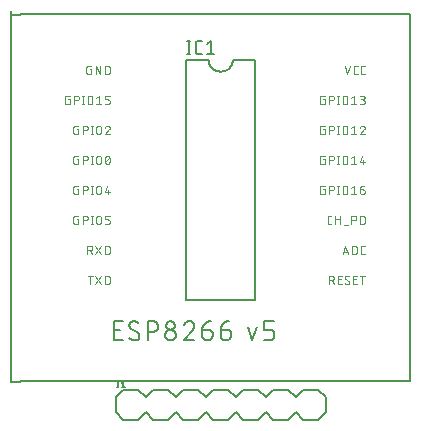
<source format=gbr>
G04 EAGLE Gerber X2 export*
%TF.Part,Single*%
%TF.FileFunction,Legend,Top,1*%
%TF.FilePolarity,Positive*%
%TF.GenerationSoftware,Autodesk,EAGLE,8.6.0*%
%TF.CreationDate,2018-02-28T16:01:23Z*%
G75*
%MOMM*%
%FSLAX34Y34*%
%LPD*%
%AMOC8*
5,1,8,0,0,1.08239X$1,22.5*%
G01*
%ADD10C,0.152400*%
%ADD11C,0.127000*%
%ADD12C,0.203200*%
%ADD13C,0.076200*%


D10*
X207010Y127000D02*
X207010Y330200D01*
X148590Y330200D02*
X148590Y127000D01*
X207010Y127000D01*
X207010Y330200D02*
X187960Y330200D01*
X167640Y330200D02*
X148590Y330200D01*
X167640Y330200D02*
X167643Y329953D01*
X167652Y329705D01*
X167667Y329458D01*
X167688Y329212D01*
X167715Y328966D01*
X167748Y328721D01*
X167787Y328476D01*
X167832Y328233D01*
X167883Y327991D01*
X167940Y327750D01*
X168002Y327511D01*
X168071Y327273D01*
X168145Y327037D01*
X168225Y326803D01*
X168310Y326571D01*
X168402Y326341D01*
X168498Y326113D01*
X168601Y325888D01*
X168708Y325665D01*
X168822Y325445D01*
X168940Y325228D01*
X169064Y325013D01*
X169193Y324802D01*
X169327Y324594D01*
X169466Y324389D01*
X169610Y324188D01*
X169758Y323990D01*
X169912Y323796D01*
X170070Y323606D01*
X170233Y323420D01*
X170400Y323238D01*
X170572Y323060D01*
X170748Y322886D01*
X170928Y322716D01*
X171113Y322551D01*
X171301Y322391D01*
X171493Y322235D01*
X171689Y322083D01*
X171888Y321937D01*
X172091Y321795D01*
X172298Y321659D01*
X172507Y321527D01*
X172720Y321401D01*
X172936Y321280D01*
X173154Y321164D01*
X173376Y321054D01*
X173600Y320949D01*
X173826Y320849D01*
X174055Y320755D01*
X174286Y320667D01*
X174520Y320584D01*
X174755Y320507D01*
X174992Y320436D01*
X175230Y320370D01*
X175470Y320311D01*
X175712Y320257D01*
X175955Y320209D01*
X176198Y320167D01*
X176443Y320131D01*
X176689Y320101D01*
X176935Y320077D01*
X177182Y320059D01*
X177429Y320047D01*
X177676Y320041D01*
X177924Y320041D01*
X178171Y320047D01*
X178418Y320059D01*
X178665Y320077D01*
X178911Y320101D01*
X179157Y320131D01*
X179402Y320167D01*
X179645Y320209D01*
X179888Y320257D01*
X180130Y320311D01*
X180370Y320370D01*
X180608Y320436D01*
X180845Y320507D01*
X181080Y320584D01*
X181314Y320667D01*
X181545Y320755D01*
X181774Y320849D01*
X182000Y320949D01*
X182224Y321054D01*
X182446Y321164D01*
X182664Y321280D01*
X182880Y321401D01*
X183093Y321527D01*
X183302Y321659D01*
X183509Y321795D01*
X183712Y321937D01*
X183911Y322083D01*
X184107Y322235D01*
X184299Y322391D01*
X184487Y322551D01*
X184672Y322716D01*
X184852Y322886D01*
X185028Y323060D01*
X185200Y323238D01*
X185367Y323420D01*
X185530Y323606D01*
X185688Y323796D01*
X185842Y323990D01*
X185990Y324188D01*
X186134Y324389D01*
X186273Y324594D01*
X186407Y324802D01*
X186536Y325013D01*
X186660Y325228D01*
X186778Y325445D01*
X186892Y325665D01*
X186999Y325888D01*
X187102Y326113D01*
X187198Y326341D01*
X187290Y326571D01*
X187375Y326803D01*
X187455Y327037D01*
X187529Y327273D01*
X187598Y327511D01*
X187660Y327750D01*
X187717Y327991D01*
X187768Y328233D01*
X187813Y328476D01*
X187852Y328721D01*
X187885Y328966D01*
X187912Y329212D01*
X187933Y329458D01*
X187948Y329705D01*
X187957Y329953D01*
X187960Y330200D01*
D11*
X150495Y334645D02*
X150495Y346075D01*
X149225Y334645D02*
X151765Y334645D01*
X151765Y346075D02*
X149225Y346075D01*
X158967Y334645D02*
X161507Y334645D01*
X158967Y334645D02*
X158867Y334647D01*
X158768Y334653D01*
X158668Y334663D01*
X158570Y334676D01*
X158471Y334694D01*
X158374Y334715D01*
X158278Y334740D01*
X158182Y334769D01*
X158088Y334802D01*
X157995Y334838D01*
X157904Y334878D01*
X157814Y334922D01*
X157726Y334969D01*
X157640Y335019D01*
X157556Y335073D01*
X157474Y335130D01*
X157395Y335190D01*
X157317Y335254D01*
X157243Y335320D01*
X157171Y335389D01*
X157102Y335461D01*
X157036Y335535D01*
X156972Y335613D01*
X156912Y335692D01*
X156855Y335774D01*
X156801Y335858D01*
X156751Y335944D01*
X156704Y336032D01*
X156660Y336122D01*
X156620Y336213D01*
X156584Y336306D01*
X156551Y336400D01*
X156522Y336496D01*
X156497Y336592D01*
X156476Y336689D01*
X156458Y336788D01*
X156445Y336886D01*
X156435Y336986D01*
X156429Y337085D01*
X156427Y337185D01*
X156427Y343535D01*
X156429Y343635D01*
X156435Y343734D01*
X156445Y343834D01*
X156458Y343932D01*
X156476Y344031D01*
X156497Y344128D01*
X156522Y344224D01*
X156551Y344320D01*
X156584Y344414D01*
X156620Y344507D01*
X156660Y344598D01*
X156704Y344688D01*
X156751Y344776D01*
X156801Y344862D01*
X156855Y344946D01*
X156912Y345028D01*
X156972Y345107D01*
X157036Y345185D01*
X157102Y345259D01*
X157171Y345331D01*
X157243Y345400D01*
X157317Y345466D01*
X157395Y345530D01*
X157474Y345590D01*
X157556Y345647D01*
X157640Y345701D01*
X157726Y345751D01*
X157814Y345798D01*
X157904Y345842D01*
X157995Y345882D01*
X158088Y345918D01*
X158182Y345951D01*
X158278Y345980D01*
X158374Y346005D01*
X158471Y346026D01*
X158570Y346044D01*
X158668Y346057D01*
X158768Y346067D01*
X158867Y346073D01*
X158967Y346075D01*
X161507Y346075D01*
X165989Y343535D02*
X169164Y346075D01*
X169164Y334645D01*
X165989Y334645D02*
X172339Y334645D01*
D12*
X247650Y50800D02*
X260350Y50800D01*
X266700Y44450D01*
X266700Y31750D02*
X260350Y25400D01*
X222250Y50800D02*
X215900Y44450D01*
X222250Y50800D02*
X234950Y50800D01*
X241300Y44450D01*
X241300Y31750D02*
X234950Y25400D01*
X222250Y25400D01*
X215900Y31750D01*
X241300Y44450D02*
X247650Y50800D01*
X241300Y31750D02*
X247650Y25400D01*
X260350Y25400D01*
X184150Y50800D02*
X171450Y50800D01*
X184150Y50800D02*
X190500Y44450D01*
X190500Y31750D02*
X184150Y25400D01*
X190500Y44450D02*
X196850Y50800D01*
X209550Y50800D01*
X215900Y44450D01*
X215900Y31750D02*
X209550Y25400D01*
X196850Y25400D01*
X190500Y31750D01*
X146050Y50800D02*
X139700Y44450D01*
X146050Y50800D02*
X158750Y50800D01*
X165100Y44450D01*
X165100Y31750D02*
X158750Y25400D01*
X146050Y25400D01*
X139700Y31750D01*
X165100Y44450D02*
X171450Y50800D01*
X165100Y31750D02*
X171450Y25400D01*
X184150Y25400D01*
X107950Y50800D02*
X95250Y50800D01*
X107950Y50800D02*
X114300Y44450D01*
X114300Y31750D02*
X107950Y25400D01*
X114300Y44450D02*
X120650Y50800D01*
X133350Y50800D01*
X139700Y44450D01*
X139700Y31750D02*
X133350Y25400D01*
X120650Y25400D01*
X114300Y31750D01*
X88900Y31750D02*
X88900Y44450D01*
X95250Y50800D01*
X88900Y31750D02*
X95250Y25400D01*
X107950Y25400D01*
X266700Y31750D02*
X266700Y44450D01*
D11*
X91144Y53777D02*
X91144Y57531D01*
X91143Y53777D02*
X91141Y53712D01*
X91135Y53648D01*
X91125Y53584D01*
X91112Y53520D01*
X91094Y53458D01*
X91073Y53397D01*
X91049Y53337D01*
X91020Y53279D01*
X90988Y53222D01*
X90953Y53168D01*
X90915Y53116D01*
X90873Y53066D01*
X90829Y53019D01*
X90782Y52975D01*
X90732Y52933D01*
X90680Y52895D01*
X90626Y52860D01*
X90569Y52828D01*
X90511Y52799D01*
X90451Y52775D01*
X90390Y52754D01*
X90328Y52736D01*
X90264Y52723D01*
X90200Y52713D01*
X90136Y52707D01*
X90071Y52705D01*
X89535Y52705D01*
X94092Y56459D02*
X95432Y57531D01*
X95432Y52705D01*
X94092Y52705D02*
X96773Y52705D01*
X338150Y57650D02*
X338150Y368450D01*
X338150Y57650D02*
X7950Y57650D01*
X7950Y368450D02*
X338150Y368450D01*
D13*
X269293Y147269D02*
X269293Y139903D01*
X269293Y147269D02*
X271339Y147269D01*
X271428Y147267D01*
X271517Y147261D01*
X271606Y147251D01*
X271694Y147238D01*
X271782Y147221D01*
X271869Y147199D01*
X271954Y147174D01*
X272039Y147146D01*
X272122Y147113D01*
X272204Y147077D01*
X272284Y147038D01*
X272362Y146995D01*
X272438Y146949D01*
X272513Y146899D01*
X272585Y146846D01*
X272654Y146790D01*
X272721Y146731D01*
X272786Y146670D01*
X272847Y146605D01*
X272906Y146538D01*
X272962Y146469D01*
X273015Y146397D01*
X273065Y146322D01*
X273111Y146246D01*
X273154Y146168D01*
X273193Y146088D01*
X273229Y146006D01*
X273262Y145923D01*
X273290Y145838D01*
X273315Y145753D01*
X273337Y145666D01*
X273354Y145578D01*
X273367Y145490D01*
X273377Y145401D01*
X273383Y145312D01*
X273385Y145223D01*
X273383Y145134D01*
X273377Y145045D01*
X273367Y144956D01*
X273354Y144868D01*
X273337Y144780D01*
X273315Y144693D01*
X273290Y144608D01*
X273262Y144523D01*
X273229Y144440D01*
X273193Y144358D01*
X273154Y144278D01*
X273111Y144200D01*
X273065Y144124D01*
X273015Y144049D01*
X272962Y143977D01*
X272906Y143908D01*
X272847Y143841D01*
X272786Y143776D01*
X272721Y143715D01*
X272654Y143656D01*
X272585Y143600D01*
X272513Y143547D01*
X272438Y143497D01*
X272362Y143451D01*
X272284Y143408D01*
X272204Y143369D01*
X272122Y143333D01*
X272039Y143300D01*
X271954Y143272D01*
X271869Y143247D01*
X271782Y143225D01*
X271694Y143208D01*
X271606Y143195D01*
X271517Y143185D01*
X271428Y143179D01*
X271339Y143177D01*
X269293Y143177D01*
X271749Y143177D02*
X273386Y139903D01*
X276817Y139903D02*
X280091Y139903D01*
X276817Y139903D02*
X276817Y147269D01*
X280091Y147269D01*
X279272Y143995D02*
X276817Y143995D01*
X285109Y139903D02*
X285187Y139905D01*
X285265Y139910D01*
X285342Y139920D01*
X285419Y139933D01*
X285495Y139949D01*
X285570Y139969D01*
X285644Y139993D01*
X285717Y140020D01*
X285789Y140051D01*
X285859Y140085D01*
X285928Y140122D01*
X285994Y140163D01*
X286059Y140207D01*
X286121Y140253D01*
X286181Y140303D01*
X286239Y140355D01*
X286294Y140410D01*
X286346Y140468D01*
X286396Y140528D01*
X286442Y140590D01*
X286486Y140655D01*
X286527Y140722D01*
X286564Y140790D01*
X286598Y140860D01*
X286629Y140932D01*
X286656Y141005D01*
X286680Y141079D01*
X286700Y141154D01*
X286716Y141230D01*
X286729Y141307D01*
X286739Y141384D01*
X286744Y141462D01*
X286746Y141540D01*
X285109Y139903D02*
X284995Y139905D01*
X284882Y139910D01*
X284768Y139920D01*
X284655Y139933D01*
X284543Y139950D01*
X284431Y139970D01*
X284320Y139994D01*
X284209Y140022D01*
X284100Y140053D01*
X283992Y140088D01*
X283885Y140127D01*
X283779Y140169D01*
X283675Y140214D01*
X283572Y140263D01*
X283471Y140316D01*
X283372Y140371D01*
X283274Y140430D01*
X283179Y140492D01*
X283086Y140557D01*
X282994Y140625D01*
X282906Y140696D01*
X282819Y140770D01*
X282735Y140847D01*
X282654Y140926D01*
X282858Y145632D02*
X282860Y145710D01*
X282865Y145788D01*
X282875Y145865D01*
X282888Y145942D01*
X282904Y146018D01*
X282924Y146093D01*
X282948Y146167D01*
X282975Y146240D01*
X283006Y146312D01*
X283040Y146382D01*
X283077Y146451D01*
X283118Y146517D01*
X283162Y146582D01*
X283208Y146644D01*
X283258Y146704D01*
X283310Y146762D01*
X283365Y146817D01*
X283423Y146869D01*
X283483Y146919D01*
X283545Y146965D01*
X283610Y147009D01*
X283677Y147050D01*
X283745Y147087D01*
X283815Y147121D01*
X283887Y147152D01*
X283960Y147179D01*
X284034Y147203D01*
X284109Y147223D01*
X284185Y147239D01*
X284262Y147252D01*
X284339Y147262D01*
X284417Y147267D01*
X284495Y147269D01*
X284605Y147267D01*
X284714Y147261D01*
X284824Y147251D01*
X284932Y147238D01*
X285041Y147220D01*
X285148Y147199D01*
X285255Y147173D01*
X285361Y147144D01*
X285466Y147112D01*
X285569Y147075D01*
X285671Y147035D01*
X285772Y146991D01*
X285871Y146943D01*
X285968Y146893D01*
X286063Y146838D01*
X286156Y146780D01*
X286247Y146719D01*
X286336Y146655D01*
X283676Y144199D02*
X283609Y144241D01*
X283544Y144285D01*
X283482Y144333D01*
X283422Y144383D01*
X283364Y144436D01*
X283309Y144492D01*
X283257Y144551D01*
X283207Y144611D01*
X283160Y144675D01*
X283117Y144740D01*
X283076Y144807D01*
X283039Y144876D01*
X283005Y144947D01*
X282974Y145019D01*
X282947Y145093D01*
X282923Y145167D01*
X282903Y145243D01*
X282887Y145320D01*
X282874Y145397D01*
X282864Y145475D01*
X282859Y145554D01*
X282857Y145632D01*
X285927Y142972D02*
X285993Y142930D01*
X286058Y142886D01*
X286120Y142839D01*
X286180Y142788D01*
X286238Y142735D01*
X286293Y142679D01*
X286346Y142621D01*
X286395Y142560D01*
X286442Y142497D01*
X286485Y142432D01*
X286526Y142365D01*
X286563Y142296D01*
X286597Y142225D01*
X286628Y142153D01*
X286655Y142079D01*
X286679Y142004D01*
X286699Y141929D01*
X286715Y141852D01*
X286728Y141775D01*
X286738Y141697D01*
X286743Y141618D01*
X286745Y141540D01*
X285927Y142972D02*
X283676Y144200D01*
X289984Y139903D02*
X293258Y139903D01*
X289984Y139903D02*
X289984Y147269D01*
X293258Y147269D01*
X292440Y143995D02*
X289984Y143995D01*
X297623Y147269D02*
X297623Y139903D01*
X295577Y147269D02*
X299669Y147269D01*
X280891Y165303D02*
X283346Y172669D01*
X285802Y165303D01*
X285188Y167145D02*
X281505Y167145D01*
X288859Y165303D02*
X288859Y172669D01*
X290905Y172669D01*
X290994Y172667D01*
X291083Y172661D01*
X291172Y172651D01*
X291260Y172638D01*
X291348Y172621D01*
X291435Y172599D01*
X291520Y172574D01*
X291605Y172546D01*
X291688Y172513D01*
X291770Y172477D01*
X291850Y172438D01*
X291928Y172395D01*
X292004Y172349D01*
X292079Y172299D01*
X292151Y172246D01*
X292220Y172190D01*
X292287Y172131D01*
X292352Y172070D01*
X292413Y172005D01*
X292472Y171938D01*
X292528Y171869D01*
X292581Y171797D01*
X292631Y171722D01*
X292677Y171646D01*
X292720Y171568D01*
X292759Y171488D01*
X292795Y171406D01*
X292828Y171323D01*
X292856Y171238D01*
X292881Y171153D01*
X292903Y171066D01*
X292920Y170978D01*
X292933Y170890D01*
X292943Y170801D01*
X292949Y170712D01*
X292951Y170623D01*
X292952Y170623D02*
X292952Y167349D01*
X292951Y167349D02*
X292949Y167260D01*
X292943Y167171D01*
X292933Y167082D01*
X292920Y166994D01*
X292903Y166906D01*
X292881Y166819D01*
X292856Y166734D01*
X292828Y166649D01*
X292795Y166566D01*
X292759Y166484D01*
X292720Y166404D01*
X292677Y166326D01*
X292631Y166250D01*
X292581Y166175D01*
X292528Y166103D01*
X292472Y166034D01*
X292413Y165967D01*
X292352Y165902D01*
X292287Y165841D01*
X292220Y165782D01*
X292151Y165726D01*
X292079Y165673D01*
X292004Y165623D01*
X291928Y165577D01*
X291850Y165534D01*
X291770Y165495D01*
X291688Y165459D01*
X291605Y165426D01*
X291520Y165398D01*
X291435Y165373D01*
X291348Y165351D01*
X291260Y165334D01*
X291172Y165321D01*
X291083Y165311D01*
X290994Y165305D01*
X290905Y165303D01*
X288859Y165303D01*
X298032Y165303D02*
X299669Y165303D01*
X298032Y165303D02*
X297954Y165305D01*
X297876Y165310D01*
X297799Y165320D01*
X297722Y165333D01*
X297646Y165349D01*
X297571Y165369D01*
X297497Y165393D01*
X297424Y165420D01*
X297352Y165451D01*
X297282Y165485D01*
X297214Y165522D01*
X297147Y165563D01*
X297082Y165607D01*
X297020Y165653D01*
X296960Y165703D01*
X296902Y165755D01*
X296847Y165810D01*
X296795Y165868D01*
X296745Y165928D01*
X296699Y165990D01*
X296655Y166055D01*
X296614Y166122D01*
X296577Y166190D01*
X296543Y166260D01*
X296512Y166332D01*
X296485Y166405D01*
X296461Y166479D01*
X296441Y166554D01*
X296425Y166630D01*
X296412Y166707D01*
X296402Y166784D01*
X296397Y166862D01*
X296395Y166940D01*
X296395Y171032D01*
X296397Y171112D01*
X296403Y171192D01*
X296413Y171272D01*
X296426Y171351D01*
X296444Y171430D01*
X296465Y171507D01*
X296491Y171583D01*
X296520Y171658D01*
X296552Y171732D01*
X296588Y171804D01*
X296628Y171874D01*
X296671Y171941D01*
X296717Y172007D01*
X296767Y172070D01*
X296819Y172131D01*
X296874Y172190D01*
X296933Y172245D01*
X296993Y172297D01*
X297057Y172347D01*
X297123Y172393D01*
X297190Y172436D01*
X297260Y172476D01*
X297332Y172512D01*
X297406Y172544D01*
X297480Y172573D01*
X297557Y172599D01*
X297634Y172620D01*
X297713Y172638D01*
X297792Y172651D01*
X297872Y172661D01*
X297952Y172667D01*
X298032Y172669D01*
X299669Y172669D01*
X271518Y190703D02*
X269881Y190703D01*
X269803Y190705D01*
X269725Y190710D01*
X269648Y190720D01*
X269571Y190733D01*
X269495Y190749D01*
X269420Y190769D01*
X269346Y190793D01*
X269273Y190820D01*
X269201Y190851D01*
X269131Y190885D01*
X269063Y190922D01*
X268996Y190963D01*
X268931Y191007D01*
X268869Y191053D01*
X268809Y191103D01*
X268751Y191155D01*
X268696Y191210D01*
X268644Y191268D01*
X268594Y191328D01*
X268548Y191390D01*
X268504Y191455D01*
X268463Y191522D01*
X268426Y191590D01*
X268392Y191660D01*
X268361Y191732D01*
X268334Y191805D01*
X268310Y191879D01*
X268290Y191954D01*
X268274Y192030D01*
X268261Y192107D01*
X268251Y192184D01*
X268246Y192262D01*
X268244Y192340D01*
X268244Y196432D01*
X268246Y196512D01*
X268252Y196592D01*
X268262Y196672D01*
X268275Y196751D01*
X268293Y196830D01*
X268314Y196907D01*
X268340Y196983D01*
X268369Y197058D01*
X268401Y197132D01*
X268437Y197204D01*
X268477Y197274D01*
X268520Y197341D01*
X268566Y197407D01*
X268616Y197470D01*
X268668Y197531D01*
X268723Y197590D01*
X268782Y197645D01*
X268842Y197697D01*
X268906Y197747D01*
X268972Y197793D01*
X269039Y197836D01*
X269109Y197876D01*
X269181Y197912D01*
X269255Y197944D01*
X269329Y197973D01*
X269406Y197999D01*
X269483Y198020D01*
X269562Y198038D01*
X269641Y198051D01*
X269721Y198061D01*
X269801Y198067D01*
X269881Y198069D01*
X271518Y198069D01*
X274607Y198069D02*
X274607Y190703D01*
X274607Y194795D02*
X278699Y194795D01*
X278699Y198069D02*
X278699Y190703D01*
X281843Y189885D02*
X285117Y189885D01*
X288379Y190703D02*
X288379Y198069D01*
X290425Y198069D01*
X290514Y198067D01*
X290603Y198061D01*
X290692Y198051D01*
X290780Y198038D01*
X290868Y198021D01*
X290955Y197999D01*
X291040Y197974D01*
X291125Y197946D01*
X291208Y197913D01*
X291290Y197877D01*
X291370Y197838D01*
X291448Y197795D01*
X291524Y197749D01*
X291599Y197699D01*
X291671Y197646D01*
X291740Y197590D01*
X291807Y197531D01*
X291872Y197470D01*
X291933Y197405D01*
X291992Y197338D01*
X292048Y197269D01*
X292101Y197197D01*
X292151Y197122D01*
X292197Y197046D01*
X292240Y196968D01*
X292279Y196888D01*
X292315Y196806D01*
X292348Y196723D01*
X292376Y196638D01*
X292401Y196553D01*
X292423Y196466D01*
X292440Y196378D01*
X292453Y196290D01*
X292463Y196201D01*
X292469Y196112D01*
X292471Y196023D01*
X292469Y195934D01*
X292463Y195845D01*
X292453Y195756D01*
X292440Y195668D01*
X292423Y195580D01*
X292401Y195493D01*
X292376Y195408D01*
X292348Y195323D01*
X292315Y195240D01*
X292279Y195158D01*
X292240Y195078D01*
X292197Y195000D01*
X292151Y194924D01*
X292101Y194849D01*
X292048Y194777D01*
X291992Y194708D01*
X291933Y194641D01*
X291872Y194576D01*
X291807Y194515D01*
X291740Y194456D01*
X291671Y194400D01*
X291599Y194347D01*
X291524Y194297D01*
X291448Y194251D01*
X291370Y194208D01*
X291290Y194169D01*
X291208Y194133D01*
X291125Y194100D01*
X291040Y194072D01*
X290955Y194047D01*
X290868Y194025D01*
X290780Y194008D01*
X290692Y193995D01*
X290603Y193985D01*
X290514Y193979D01*
X290425Y193977D01*
X288379Y193977D01*
X295577Y190703D02*
X295577Y198069D01*
X297623Y198069D01*
X297712Y198067D01*
X297801Y198061D01*
X297890Y198051D01*
X297978Y198038D01*
X298066Y198021D01*
X298153Y197999D01*
X298238Y197974D01*
X298323Y197946D01*
X298406Y197913D01*
X298488Y197877D01*
X298568Y197838D01*
X298646Y197795D01*
X298722Y197749D01*
X298797Y197699D01*
X298869Y197646D01*
X298938Y197590D01*
X299005Y197531D01*
X299070Y197470D01*
X299131Y197405D01*
X299190Y197338D01*
X299246Y197269D01*
X299299Y197197D01*
X299349Y197122D01*
X299395Y197046D01*
X299438Y196968D01*
X299477Y196888D01*
X299513Y196806D01*
X299546Y196723D01*
X299574Y196638D01*
X299599Y196553D01*
X299621Y196466D01*
X299638Y196378D01*
X299651Y196290D01*
X299661Y196201D01*
X299667Y196112D01*
X299669Y196023D01*
X299669Y192749D01*
X299667Y192660D01*
X299661Y192571D01*
X299651Y192482D01*
X299638Y192394D01*
X299621Y192306D01*
X299599Y192219D01*
X299574Y192134D01*
X299546Y192049D01*
X299513Y191966D01*
X299477Y191884D01*
X299438Y191804D01*
X299395Y191726D01*
X299349Y191650D01*
X299299Y191575D01*
X299246Y191503D01*
X299190Y191434D01*
X299131Y191367D01*
X299070Y191302D01*
X299005Y191241D01*
X298938Y191182D01*
X298869Y191126D01*
X298797Y191073D01*
X298722Y191023D01*
X298646Y190977D01*
X298568Y190934D01*
X298488Y190895D01*
X298406Y190859D01*
X298323Y190826D01*
X298238Y190798D01*
X298153Y190773D01*
X298066Y190751D01*
X297978Y190734D01*
X297890Y190721D01*
X297801Y190711D01*
X297712Y190705D01*
X297623Y190703D01*
X295577Y190703D01*
X265775Y220195D02*
X264548Y220195D01*
X265775Y220195D02*
X265775Y216103D01*
X263320Y216103D01*
X263242Y216105D01*
X263164Y216110D01*
X263087Y216120D01*
X263010Y216133D01*
X262934Y216149D01*
X262859Y216169D01*
X262785Y216193D01*
X262712Y216220D01*
X262640Y216251D01*
X262570Y216285D01*
X262502Y216322D01*
X262435Y216363D01*
X262370Y216407D01*
X262308Y216453D01*
X262248Y216503D01*
X262190Y216555D01*
X262135Y216610D01*
X262083Y216668D01*
X262033Y216728D01*
X261987Y216790D01*
X261943Y216855D01*
X261902Y216922D01*
X261865Y216990D01*
X261831Y217060D01*
X261800Y217132D01*
X261773Y217205D01*
X261749Y217279D01*
X261729Y217354D01*
X261713Y217430D01*
X261700Y217507D01*
X261690Y217584D01*
X261685Y217662D01*
X261683Y217740D01*
X261683Y221832D01*
X261685Y221912D01*
X261691Y221992D01*
X261701Y222072D01*
X261714Y222151D01*
X261732Y222230D01*
X261753Y222307D01*
X261779Y222383D01*
X261808Y222458D01*
X261840Y222532D01*
X261876Y222604D01*
X261916Y222674D01*
X261959Y222741D01*
X262005Y222807D01*
X262055Y222870D01*
X262107Y222931D01*
X262162Y222990D01*
X262221Y223045D01*
X262281Y223097D01*
X262345Y223147D01*
X262411Y223193D01*
X262478Y223236D01*
X262548Y223276D01*
X262620Y223312D01*
X262694Y223344D01*
X262768Y223373D01*
X262845Y223399D01*
X262922Y223420D01*
X263001Y223438D01*
X263080Y223451D01*
X263160Y223461D01*
X263240Y223467D01*
X263320Y223469D01*
X265775Y223469D01*
X269604Y223469D02*
X269604Y216103D01*
X269604Y223469D02*
X271650Y223469D01*
X271739Y223467D01*
X271828Y223461D01*
X271917Y223451D01*
X272005Y223438D01*
X272093Y223421D01*
X272180Y223399D01*
X272265Y223374D01*
X272350Y223346D01*
X272433Y223313D01*
X272515Y223277D01*
X272595Y223238D01*
X272673Y223195D01*
X272749Y223149D01*
X272824Y223099D01*
X272896Y223046D01*
X272965Y222990D01*
X273032Y222931D01*
X273097Y222870D01*
X273158Y222805D01*
X273217Y222738D01*
X273273Y222669D01*
X273326Y222597D01*
X273376Y222522D01*
X273422Y222446D01*
X273465Y222368D01*
X273504Y222288D01*
X273540Y222206D01*
X273573Y222123D01*
X273601Y222038D01*
X273626Y221953D01*
X273648Y221866D01*
X273665Y221778D01*
X273678Y221690D01*
X273688Y221601D01*
X273694Y221512D01*
X273696Y221423D01*
X273694Y221334D01*
X273688Y221245D01*
X273678Y221156D01*
X273665Y221068D01*
X273648Y220980D01*
X273626Y220893D01*
X273601Y220808D01*
X273573Y220723D01*
X273540Y220640D01*
X273504Y220558D01*
X273465Y220478D01*
X273422Y220400D01*
X273376Y220324D01*
X273326Y220249D01*
X273273Y220177D01*
X273217Y220108D01*
X273158Y220041D01*
X273097Y219976D01*
X273032Y219915D01*
X272965Y219856D01*
X272896Y219800D01*
X272824Y219747D01*
X272749Y219697D01*
X272673Y219651D01*
X272595Y219608D01*
X272515Y219569D01*
X272433Y219533D01*
X272350Y219500D01*
X272265Y219472D01*
X272180Y219447D01*
X272093Y219425D01*
X272005Y219408D01*
X271917Y219395D01*
X271828Y219385D01*
X271739Y219379D01*
X271650Y219377D01*
X269604Y219377D01*
X277140Y216103D02*
X277140Y223469D01*
X276322Y216103D02*
X277959Y216103D01*
X277959Y223469D02*
X276322Y223469D01*
X280946Y221423D02*
X280946Y218149D01*
X280946Y221423D02*
X280948Y221512D01*
X280954Y221601D01*
X280964Y221690D01*
X280977Y221778D01*
X280994Y221866D01*
X281016Y221953D01*
X281041Y222038D01*
X281069Y222123D01*
X281102Y222206D01*
X281138Y222288D01*
X281177Y222368D01*
X281220Y222446D01*
X281266Y222522D01*
X281316Y222597D01*
X281369Y222669D01*
X281425Y222738D01*
X281484Y222805D01*
X281545Y222870D01*
X281610Y222931D01*
X281677Y222990D01*
X281746Y223046D01*
X281818Y223099D01*
X281893Y223149D01*
X281969Y223195D01*
X282047Y223238D01*
X282127Y223277D01*
X282209Y223313D01*
X282292Y223346D01*
X282377Y223374D01*
X282462Y223399D01*
X282549Y223421D01*
X282637Y223438D01*
X282725Y223451D01*
X282814Y223461D01*
X282903Y223467D01*
X282992Y223469D01*
X283081Y223467D01*
X283170Y223461D01*
X283259Y223451D01*
X283347Y223438D01*
X283435Y223421D01*
X283522Y223399D01*
X283607Y223374D01*
X283692Y223346D01*
X283775Y223313D01*
X283857Y223277D01*
X283937Y223238D01*
X284015Y223195D01*
X284091Y223149D01*
X284166Y223099D01*
X284238Y223046D01*
X284307Y222990D01*
X284374Y222931D01*
X284439Y222870D01*
X284500Y222805D01*
X284559Y222738D01*
X284615Y222669D01*
X284668Y222597D01*
X284718Y222522D01*
X284764Y222446D01*
X284807Y222368D01*
X284846Y222288D01*
X284882Y222206D01*
X284915Y222123D01*
X284943Y222038D01*
X284968Y221953D01*
X284990Y221866D01*
X285007Y221778D01*
X285020Y221690D01*
X285030Y221601D01*
X285036Y221512D01*
X285038Y221423D01*
X285039Y221423D02*
X285039Y218149D01*
X285038Y218149D02*
X285036Y218060D01*
X285030Y217971D01*
X285020Y217882D01*
X285007Y217794D01*
X284990Y217706D01*
X284968Y217619D01*
X284943Y217534D01*
X284915Y217449D01*
X284882Y217366D01*
X284846Y217284D01*
X284807Y217204D01*
X284764Y217126D01*
X284718Y217050D01*
X284668Y216975D01*
X284615Y216903D01*
X284559Y216834D01*
X284500Y216767D01*
X284439Y216702D01*
X284374Y216641D01*
X284307Y216582D01*
X284238Y216526D01*
X284166Y216473D01*
X284091Y216423D01*
X284015Y216377D01*
X283937Y216334D01*
X283857Y216295D01*
X283775Y216259D01*
X283692Y216226D01*
X283607Y216198D01*
X283522Y216173D01*
X283435Y216151D01*
X283347Y216134D01*
X283259Y216121D01*
X283170Y216111D01*
X283081Y216105D01*
X282992Y216103D01*
X282903Y216105D01*
X282814Y216111D01*
X282725Y216121D01*
X282637Y216134D01*
X282549Y216151D01*
X282462Y216173D01*
X282377Y216198D01*
X282292Y216226D01*
X282209Y216259D01*
X282127Y216295D01*
X282047Y216334D01*
X281969Y216377D01*
X281893Y216423D01*
X281818Y216473D01*
X281746Y216526D01*
X281677Y216582D01*
X281610Y216641D01*
X281545Y216702D01*
X281484Y216767D01*
X281425Y216834D01*
X281369Y216903D01*
X281316Y216975D01*
X281266Y217050D01*
X281220Y217126D01*
X281177Y217204D01*
X281138Y217284D01*
X281102Y217366D01*
X281069Y217449D01*
X281041Y217534D01*
X281016Y217619D01*
X280994Y217706D01*
X280977Y217794D01*
X280964Y217882D01*
X280954Y217971D01*
X280948Y218060D01*
X280946Y218149D01*
X288262Y221832D02*
X290308Y223469D01*
X290308Y216103D01*
X288262Y216103D02*
X292354Y216103D01*
X295577Y220195D02*
X298032Y220195D01*
X298110Y220193D01*
X298188Y220188D01*
X298265Y220178D01*
X298342Y220165D01*
X298418Y220149D01*
X298493Y220129D01*
X298567Y220105D01*
X298640Y220078D01*
X298712Y220047D01*
X298782Y220013D01*
X298851Y219976D01*
X298917Y219935D01*
X298982Y219891D01*
X299044Y219845D01*
X299104Y219795D01*
X299162Y219743D01*
X299217Y219688D01*
X299269Y219630D01*
X299319Y219570D01*
X299365Y219508D01*
X299409Y219443D01*
X299450Y219377D01*
X299487Y219308D01*
X299521Y219238D01*
X299552Y219166D01*
X299579Y219093D01*
X299603Y219019D01*
X299623Y218944D01*
X299639Y218868D01*
X299652Y218791D01*
X299662Y218714D01*
X299667Y218636D01*
X299669Y218558D01*
X299669Y218149D01*
X299667Y218060D01*
X299661Y217971D01*
X299651Y217882D01*
X299638Y217794D01*
X299621Y217706D01*
X299599Y217619D01*
X299574Y217534D01*
X299546Y217449D01*
X299513Y217366D01*
X299477Y217284D01*
X299438Y217204D01*
X299395Y217126D01*
X299349Y217050D01*
X299299Y216975D01*
X299246Y216903D01*
X299190Y216834D01*
X299131Y216767D01*
X299070Y216702D01*
X299005Y216641D01*
X298938Y216582D01*
X298869Y216526D01*
X298797Y216473D01*
X298722Y216423D01*
X298646Y216377D01*
X298568Y216334D01*
X298488Y216295D01*
X298406Y216259D01*
X298323Y216226D01*
X298238Y216198D01*
X298153Y216173D01*
X298066Y216151D01*
X297978Y216134D01*
X297890Y216121D01*
X297801Y216111D01*
X297712Y216105D01*
X297623Y216103D01*
X297534Y216105D01*
X297445Y216111D01*
X297356Y216121D01*
X297268Y216134D01*
X297180Y216151D01*
X297093Y216173D01*
X297008Y216198D01*
X296923Y216226D01*
X296840Y216259D01*
X296758Y216295D01*
X296678Y216334D01*
X296600Y216377D01*
X296524Y216423D01*
X296449Y216473D01*
X296377Y216526D01*
X296308Y216582D01*
X296241Y216641D01*
X296176Y216702D01*
X296115Y216767D01*
X296056Y216834D01*
X296000Y216903D01*
X295947Y216975D01*
X295897Y217050D01*
X295851Y217126D01*
X295808Y217204D01*
X295769Y217284D01*
X295733Y217366D01*
X295700Y217449D01*
X295672Y217534D01*
X295647Y217619D01*
X295625Y217706D01*
X295608Y217794D01*
X295595Y217882D01*
X295585Y217971D01*
X295579Y218060D01*
X295577Y218149D01*
X295577Y220195D01*
X295579Y220309D01*
X295585Y220423D01*
X295595Y220537D01*
X295609Y220651D01*
X295627Y220764D01*
X295649Y220876D01*
X295674Y220987D01*
X295704Y221097D01*
X295737Y221207D01*
X295774Y221315D01*
X295815Y221421D01*
X295860Y221527D01*
X295908Y221630D01*
X295960Y221732D01*
X296016Y221832D01*
X296074Y221930D01*
X296137Y222026D01*
X296202Y222119D01*
X296271Y222211D01*
X296343Y222299D01*
X296418Y222386D01*
X296496Y222469D01*
X296577Y222550D01*
X296660Y222628D01*
X296747Y222703D01*
X296835Y222775D01*
X296927Y222844D01*
X297020Y222909D01*
X297116Y222971D01*
X297214Y223030D01*
X297314Y223086D01*
X297416Y223138D01*
X297519Y223186D01*
X297625Y223231D01*
X297731Y223272D01*
X297839Y223309D01*
X297949Y223342D01*
X298059Y223372D01*
X298170Y223397D01*
X298282Y223419D01*
X298395Y223437D01*
X298509Y223451D01*
X298623Y223461D01*
X298737Y223467D01*
X298851Y223469D01*
X265775Y245595D02*
X264548Y245595D01*
X265775Y245595D02*
X265775Y241503D01*
X263320Y241503D01*
X263242Y241505D01*
X263164Y241510D01*
X263087Y241520D01*
X263010Y241533D01*
X262934Y241549D01*
X262859Y241569D01*
X262785Y241593D01*
X262712Y241620D01*
X262640Y241651D01*
X262570Y241685D01*
X262502Y241722D01*
X262435Y241763D01*
X262370Y241807D01*
X262308Y241853D01*
X262248Y241903D01*
X262190Y241955D01*
X262135Y242010D01*
X262083Y242068D01*
X262033Y242128D01*
X261987Y242190D01*
X261943Y242255D01*
X261902Y242322D01*
X261865Y242390D01*
X261831Y242460D01*
X261800Y242532D01*
X261773Y242605D01*
X261749Y242679D01*
X261729Y242754D01*
X261713Y242830D01*
X261700Y242907D01*
X261690Y242984D01*
X261685Y243062D01*
X261683Y243140D01*
X261683Y247232D01*
X261685Y247312D01*
X261691Y247392D01*
X261701Y247472D01*
X261714Y247551D01*
X261732Y247630D01*
X261753Y247707D01*
X261779Y247783D01*
X261808Y247858D01*
X261840Y247932D01*
X261876Y248004D01*
X261916Y248074D01*
X261959Y248141D01*
X262005Y248207D01*
X262055Y248270D01*
X262107Y248331D01*
X262162Y248390D01*
X262221Y248445D01*
X262281Y248497D01*
X262345Y248547D01*
X262411Y248593D01*
X262478Y248636D01*
X262548Y248676D01*
X262620Y248712D01*
X262694Y248744D01*
X262768Y248773D01*
X262845Y248799D01*
X262922Y248820D01*
X263001Y248838D01*
X263080Y248851D01*
X263160Y248861D01*
X263240Y248867D01*
X263320Y248869D01*
X265775Y248869D01*
X269604Y248869D02*
X269604Y241503D01*
X269604Y248869D02*
X271650Y248869D01*
X271739Y248867D01*
X271828Y248861D01*
X271917Y248851D01*
X272005Y248838D01*
X272093Y248821D01*
X272180Y248799D01*
X272265Y248774D01*
X272350Y248746D01*
X272433Y248713D01*
X272515Y248677D01*
X272595Y248638D01*
X272673Y248595D01*
X272749Y248549D01*
X272824Y248499D01*
X272896Y248446D01*
X272965Y248390D01*
X273032Y248331D01*
X273097Y248270D01*
X273158Y248205D01*
X273217Y248138D01*
X273273Y248069D01*
X273326Y247997D01*
X273376Y247922D01*
X273422Y247846D01*
X273465Y247768D01*
X273504Y247688D01*
X273540Y247606D01*
X273573Y247523D01*
X273601Y247438D01*
X273626Y247353D01*
X273648Y247266D01*
X273665Y247178D01*
X273678Y247090D01*
X273688Y247001D01*
X273694Y246912D01*
X273696Y246823D01*
X273694Y246734D01*
X273688Y246645D01*
X273678Y246556D01*
X273665Y246468D01*
X273648Y246380D01*
X273626Y246293D01*
X273601Y246208D01*
X273573Y246123D01*
X273540Y246040D01*
X273504Y245958D01*
X273465Y245878D01*
X273422Y245800D01*
X273376Y245724D01*
X273326Y245649D01*
X273273Y245577D01*
X273217Y245508D01*
X273158Y245441D01*
X273097Y245376D01*
X273032Y245315D01*
X272965Y245256D01*
X272896Y245200D01*
X272824Y245147D01*
X272749Y245097D01*
X272673Y245051D01*
X272595Y245008D01*
X272515Y244969D01*
X272433Y244933D01*
X272350Y244900D01*
X272265Y244872D01*
X272180Y244847D01*
X272093Y244825D01*
X272005Y244808D01*
X271917Y244795D01*
X271828Y244785D01*
X271739Y244779D01*
X271650Y244777D01*
X269604Y244777D01*
X277140Y241503D02*
X277140Y248869D01*
X276322Y241503D02*
X277959Y241503D01*
X277959Y248869D02*
X276322Y248869D01*
X280946Y246823D02*
X280946Y243549D01*
X280946Y246823D02*
X280948Y246912D01*
X280954Y247001D01*
X280964Y247090D01*
X280977Y247178D01*
X280994Y247266D01*
X281016Y247353D01*
X281041Y247438D01*
X281069Y247523D01*
X281102Y247606D01*
X281138Y247688D01*
X281177Y247768D01*
X281220Y247846D01*
X281266Y247922D01*
X281316Y247997D01*
X281369Y248069D01*
X281425Y248138D01*
X281484Y248205D01*
X281545Y248270D01*
X281610Y248331D01*
X281677Y248390D01*
X281746Y248446D01*
X281818Y248499D01*
X281893Y248549D01*
X281969Y248595D01*
X282047Y248638D01*
X282127Y248677D01*
X282209Y248713D01*
X282292Y248746D01*
X282377Y248774D01*
X282462Y248799D01*
X282549Y248821D01*
X282637Y248838D01*
X282725Y248851D01*
X282814Y248861D01*
X282903Y248867D01*
X282992Y248869D01*
X283081Y248867D01*
X283170Y248861D01*
X283259Y248851D01*
X283347Y248838D01*
X283435Y248821D01*
X283522Y248799D01*
X283607Y248774D01*
X283692Y248746D01*
X283775Y248713D01*
X283857Y248677D01*
X283937Y248638D01*
X284015Y248595D01*
X284091Y248549D01*
X284166Y248499D01*
X284238Y248446D01*
X284307Y248390D01*
X284374Y248331D01*
X284439Y248270D01*
X284500Y248205D01*
X284559Y248138D01*
X284615Y248069D01*
X284668Y247997D01*
X284718Y247922D01*
X284764Y247846D01*
X284807Y247768D01*
X284846Y247688D01*
X284882Y247606D01*
X284915Y247523D01*
X284943Y247438D01*
X284968Y247353D01*
X284990Y247266D01*
X285007Y247178D01*
X285020Y247090D01*
X285030Y247001D01*
X285036Y246912D01*
X285038Y246823D01*
X285039Y246823D02*
X285039Y243549D01*
X285038Y243549D02*
X285036Y243460D01*
X285030Y243371D01*
X285020Y243282D01*
X285007Y243194D01*
X284990Y243106D01*
X284968Y243019D01*
X284943Y242934D01*
X284915Y242849D01*
X284882Y242766D01*
X284846Y242684D01*
X284807Y242604D01*
X284764Y242526D01*
X284718Y242450D01*
X284668Y242375D01*
X284615Y242303D01*
X284559Y242234D01*
X284500Y242167D01*
X284439Y242102D01*
X284374Y242041D01*
X284307Y241982D01*
X284238Y241926D01*
X284166Y241873D01*
X284091Y241823D01*
X284015Y241777D01*
X283937Y241734D01*
X283857Y241695D01*
X283775Y241659D01*
X283692Y241626D01*
X283607Y241598D01*
X283522Y241573D01*
X283435Y241551D01*
X283347Y241534D01*
X283259Y241521D01*
X283170Y241511D01*
X283081Y241505D01*
X282992Y241503D01*
X282903Y241505D01*
X282814Y241511D01*
X282725Y241521D01*
X282637Y241534D01*
X282549Y241551D01*
X282462Y241573D01*
X282377Y241598D01*
X282292Y241626D01*
X282209Y241659D01*
X282127Y241695D01*
X282047Y241734D01*
X281969Y241777D01*
X281893Y241823D01*
X281818Y241873D01*
X281746Y241926D01*
X281677Y241982D01*
X281610Y242041D01*
X281545Y242102D01*
X281484Y242167D01*
X281425Y242234D01*
X281369Y242303D01*
X281316Y242375D01*
X281266Y242450D01*
X281220Y242526D01*
X281177Y242604D01*
X281138Y242684D01*
X281102Y242766D01*
X281069Y242849D01*
X281041Y242934D01*
X281016Y243019D01*
X280994Y243106D01*
X280977Y243194D01*
X280964Y243282D01*
X280954Y243371D01*
X280948Y243460D01*
X280946Y243549D01*
X288262Y247232D02*
X290308Y248869D01*
X290308Y241503D01*
X288262Y241503D02*
X292354Y241503D01*
X295577Y243140D02*
X297214Y248869D01*
X295577Y243140D02*
X299669Y243140D01*
X298441Y244777D02*
X298441Y241503D01*
X265775Y270995D02*
X264548Y270995D01*
X265775Y270995D02*
X265775Y266903D01*
X263320Y266903D01*
X263242Y266905D01*
X263164Y266910D01*
X263087Y266920D01*
X263010Y266933D01*
X262934Y266949D01*
X262859Y266969D01*
X262785Y266993D01*
X262712Y267020D01*
X262640Y267051D01*
X262570Y267085D01*
X262502Y267122D01*
X262435Y267163D01*
X262370Y267207D01*
X262308Y267253D01*
X262248Y267303D01*
X262190Y267355D01*
X262135Y267410D01*
X262083Y267468D01*
X262033Y267528D01*
X261987Y267590D01*
X261943Y267655D01*
X261902Y267722D01*
X261865Y267790D01*
X261831Y267860D01*
X261800Y267932D01*
X261773Y268005D01*
X261749Y268079D01*
X261729Y268154D01*
X261713Y268230D01*
X261700Y268307D01*
X261690Y268384D01*
X261685Y268462D01*
X261683Y268540D01*
X261683Y272632D01*
X261685Y272712D01*
X261691Y272792D01*
X261701Y272872D01*
X261714Y272951D01*
X261732Y273030D01*
X261753Y273107D01*
X261779Y273183D01*
X261808Y273258D01*
X261840Y273332D01*
X261876Y273404D01*
X261916Y273474D01*
X261959Y273541D01*
X262005Y273607D01*
X262055Y273670D01*
X262107Y273731D01*
X262162Y273790D01*
X262221Y273845D01*
X262281Y273897D01*
X262345Y273947D01*
X262411Y273993D01*
X262478Y274036D01*
X262548Y274076D01*
X262620Y274112D01*
X262694Y274144D01*
X262768Y274173D01*
X262845Y274199D01*
X262922Y274220D01*
X263001Y274238D01*
X263080Y274251D01*
X263160Y274261D01*
X263240Y274267D01*
X263320Y274269D01*
X265775Y274269D01*
X269604Y274269D02*
X269604Y266903D01*
X269604Y274269D02*
X271650Y274269D01*
X271739Y274267D01*
X271828Y274261D01*
X271917Y274251D01*
X272005Y274238D01*
X272093Y274221D01*
X272180Y274199D01*
X272265Y274174D01*
X272350Y274146D01*
X272433Y274113D01*
X272515Y274077D01*
X272595Y274038D01*
X272673Y273995D01*
X272749Y273949D01*
X272824Y273899D01*
X272896Y273846D01*
X272965Y273790D01*
X273032Y273731D01*
X273097Y273670D01*
X273158Y273605D01*
X273217Y273538D01*
X273273Y273469D01*
X273326Y273397D01*
X273376Y273322D01*
X273422Y273246D01*
X273465Y273168D01*
X273504Y273088D01*
X273540Y273006D01*
X273573Y272923D01*
X273601Y272838D01*
X273626Y272753D01*
X273648Y272666D01*
X273665Y272578D01*
X273678Y272490D01*
X273688Y272401D01*
X273694Y272312D01*
X273696Y272223D01*
X273694Y272134D01*
X273688Y272045D01*
X273678Y271956D01*
X273665Y271868D01*
X273648Y271780D01*
X273626Y271693D01*
X273601Y271608D01*
X273573Y271523D01*
X273540Y271440D01*
X273504Y271358D01*
X273465Y271278D01*
X273422Y271200D01*
X273376Y271124D01*
X273326Y271049D01*
X273273Y270977D01*
X273217Y270908D01*
X273158Y270841D01*
X273097Y270776D01*
X273032Y270715D01*
X272965Y270656D01*
X272896Y270600D01*
X272824Y270547D01*
X272749Y270497D01*
X272673Y270451D01*
X272595Y270408D01*
X272515Y270369D01*
X272433Y270333D01*
X272350Y270300D01*
X272265Y270272D01*
X272180Y270247D01*
X272093Y270225D01*
X272005Y270208D01*
X271917Y270195D01*
X271828Y270185D01*
X271739Y270179D01*
X271650Y270177D01*
X269604Y270177D01*
X277140Y266903D02*
X277140Y274269D01*
X276322Y266903D02*
X277959Y266903D01*
X277959Y274269D02*
X276322Y274269D01*
X280946Y272223D02*
X280946Y268949D01*
X280946Y272223D02*
X280948Y272312D01*
X280954Y272401D01*
X280964Y272490D01*
X280977Y272578D01*
X280994Y272666D01*
X281016Y272753D01*
X281041Y272838D01*
X281069Y272923D01*
X281102Y273006D01*
X281138Y273088D01*
X281177Y273168D01*
X281220Y273246D01*
X281266Y273322D01*
X281316Y273397D01*
X281369Y273469D01*
X281425Y273538D01*
X281484Y273605D01*
X281545Y273670D01*
X281610Y273731D01*
X281677Y273790D01*
X281746Y273846D01*
X281818Y273899D01*
X281893Y273949D01*
X281969Y273995D01*
X282047Y274038D01*
X282127Y274077D01*
X282209Y274113D01*
X282292Y274146D01*
X282377Y274174D01*
X282462Y274199D01*
X282549Y274221D01*
X282637Y274238D01*
X282725Y274251D01*
X282814Y274261D01*
X282903Y274267D01*
X282992Y274269D01*
X283081Y274267D01*
X283170Y274261D01*
X283259Y274251D01*
X283347Y274238D01*
X283435Y274221D01*
X283522Y274199D01*
X283607Y274174D01*
X283692Y274146D01*
X283775Y274113D01*
X283857Y274077D01*
X283937Y274038D01*
X284015Y273995D01*
X284091Y273949D01*
X284166Y273899D01*
X284238Y273846D01*
X284307Y273790D01*
X284374Y273731D01*
X284439Y273670D01*
X284500Y273605D01*
X284559Y273538D01*
X284615Y273469D01*
X284668Y273397D01*
X284718Y273322D01*
X284764Y273246D01*
X284807Y273168D01*
X284846Y273088D01*
X284882Y273006D01*
X284915Y272923D01*
X284943Y272838D01*
X284968Y272753D01*
X284990Y272666D01*
X285007Y272578D01*
X285020Y272490D01*
X285030Y272401D01*
X285036Y272312D01*
X285038Y272223D01*
X285039Y272223D02*
X285039Y268949D01*
X285038Y268949D02*
X285036Y268860D01*
X285030Y268771D01*
X285020Y268682D01*
X285007Y268594D01*
X284990Y268506D01*
X284968Y268419D01*
X284943Y268334D01*
X284915Y268249D01*
X284882Y268166D01*
X284846Y268084D01*
X284807Y268004D01*
X284764Y267926D01*
X284718Y267850D01*
X284668Y267775D01*
X284615Y267703D01*
X284559Y267634D01*
X284500Y267567D01*
X284439Y267502D01*
X284374Y267441D01*
X284307Y267382D01*
X284238Y267326D01*
X284166Y267273D01*
X284091Y267223D01*
X284015Y267177D01*
X283937Y267134D01*
X283857Y267095D01*
X283775Y267059D01*
X283692Y267026D01*
X283607Y266998D01*
X283522Y266973D01*
X283435Y266951D01*
X283347Y266934D01*
X283259Y266921D01*
X283170Y266911D01*
X283081Y266905D01*
X282992Y266903D01*
X282903Y266905D01*
X282814Y266911D01*
X282725Y266921D01*
X282637Y266934D01*
X282549Y266951D01*
X282462Y266973D01*
X282377Y266998D01*
X282292Y267026D01*
X282209Y267059D01*
X282127Y267095D01*
X282047Y267134D01*
X281969Y267177D01*
X281893Y267223D01*
X281818Y267273D01*
X281746Y267326D01*
X281677Y267382D01*
X281610Y267441D01*
X281545Y267502D01*
X281484Y267567D01*
X281425Y267634D01*
X281369Y267703D01*
X281316Y267775D01*
X281266Y267850D01*
X281220Y267926D01*
X281177Y268004D01*
X281138Y268084D01*
X281102Y268166D01*
X281069Y268249D01*
X281041Y268334D01*
X281016Y268419D01*
X280994Y268506D01*
X280977Y268594D01*
X280964Y268682D01*
X280954Y268771D01*
X280948Y268860D01*
X280946Y268949D01*
X288262Y272632D02*
X290308Y274269D01*
X290308Y266903D01*
X288262Y266903D02*
X292354Y266903D01*
X299670Y272428D02*
X299668Y272513D01*
X299662Y272598D01*
X299652Y272682D01*
X299639Y272766D01*
X299621Y272850D01*
X299600Y272932D01*
X299575Y273013D01*
X299546Y273093D01*
X299513Y273172D01*
X299477Y273249D01*
X299437Y273324D01*
X299394Y273398D01*
X299348Y273469D01*
X299298Y273538D01*
X299245Y273605D01*
X299189Y273669D01*
X299130Y273730D01*
X299069Y273789D01*
X299005Y273845D01*
X298938Y273898D01*
X298869Y273948D01*
X298798Y273994D01*
X298724Y274037D01*
X298649Y274077D01*
X298572Y274113D01*
X298493Y274146D01*
X298413Y274175D01*
X298332Y274200D01*
X298250Y274221D01*
X298166Y274239D01*
X298082Y274252D01*
X297998Y274262D01*
X297913Y274268D01*
X297828Y274270D01*
X297828Y274269D02*
X297732Y274267D01*
X297636Y274261D01*
X297541Y274251D01*
X297446Y274238D01*
X297351Y274220D01*
X297258Y274199D01*
X297165Y274174D01*
X297074Y274145D01*
X296983Y274113D01*
X296894Y274077D01*
X296807Y274037D01*
X296721Y273994D01*
X296637Y273948D01*
X296555Y273898D01*
X296475Y273844D01*
X296398Y273788D01*
X296323Y273728D01*
X296250Y273666D01*
X296180Y273600D01*
X296112Y273532D01*
X296047Y273461D01*
X295986Y273388D01*
X295927Y273312D01*
X295871Y273233D01*
X295819Y273153D01*
X295770Y273070D01*
X295724Y272986D01*
X295682Y272900D01*
X295644Y272812D01*
X295609Y272723D01*
X295577Y272632D01*
X299055Y270996D02*
X299115Y271055D01*
X299172Y271117D01*
X299227Y271181D01*
X299278Y271248D01*
X299327Y271317D01*
X299373Y271387D01*
X299416Y271460D01*
X299456Y271534D01*
X299492Y271610D01*
X299525Y271688D01*
X299555Y271767D01*
X299582Y271847D01*
X299605Y271928D01*
X299624Y272010D01*
X299640Y272092D01*
X299653Y272176D01*
X299662Y272260D01*
X299667Y272344D01*
X299669Y272428D01*
X299055Y270995D02*
X295577Y266903D01*
X299669Y266903D01*
X265775Y296395D02*
X264548Y296395D01*
X265775Y296395D02*
X265775Y292303D01*
X263320Y292303D01*
X263242Y292305D01*
X263164Y292310D01*
X263087Y292320D01*
X263010Y292333D01*
X262934Y292349D01*
X262859Y292369D01*
X262785Y292393D01*
X262712Y292420D01*
X262640Y292451D01*
X262570Y292485D01*
X262502Y292522D01*
X262435Y292563D01*
X262370Y292607D01*
X262308Y292653D01*
X262248Y292703D01*
X262190Y292755D01*
X262135Y292810D01*
X262083Y292868D01*
X262033Y292928D01*
X261987Y292990D01*
X261943Y293055D01*
X261902Y293122D01*
X261865Y293190D01*
X261831Y293260D01*
X261800Y293332D01*
X261773Y293405D01*
X261749Y293479D01*
X261729Y293554D01*
X261713Y293630D01*
X261700Y293707D01*
X261690Y293784D01*
X261685Y293862D01*
X261683Y293940D01*
X261683Y298032D01*
X261685Y298112D01*
X261691Y298192D01*
X261701Y298272D01*
X261714Y298351D01*
X261732Y298430D01*
X261753Y298507D01*
X261779Y298583D01*
X261808Y298658D01*
X261840Y298732D01*
X261876Y298804D01*
X261916Y298874D01*
X261959Y298941D01*
X262005Y299007D01*
X262055Y299070D01*
X262107Y299131D01*
X262162Y299190D01*
X262221Y299245D01*
X262281Y299297D01*
X262345Y299347D01*
X262411Y299393D01*
X262478Y299436D01*
X262548Y299476D01*
X262620Y299512D01*
X262694Y299544D01*
X262768Y299573D01*
X262845Y299599D01*
X262922Y299620D01*
X263001Y299638D01*
X263080Y299651D01*
X263160Y299661D01*
X263240Y299667D01*
X263320Y299669D01*
X265775Y299669D01*
X269604Y299669D02*
X269604Y292303D01*
X269604Y299669D02*
X271650Y299669D01*
X271739Y299667D01*
X271828Y299661D01*
X271917Y299651D01*
X272005Y299638D01*
X272093Y299621D01*
X272180Y299599D01*
X272265Y299574D01*
X272350Y299546D01*
X272433Y299513D01*
X272515Y299477D01*
X272595Y299438D01*
X272673Y299395D01*
X272749Y299349D01*
X272824Y299299D01*
X272896Y299246D01*
X272965Y299190D01*
X273032Y299131D01*
X273097Y299070D01*
X273158Y299005D01*
X273217Y298938D01*
X273273Y298869D01*
X273326Y298797D01*
X273376Y298722D01*
X273422Y298646D01*
X273465Y298568D01*
X273504Y298488D01*
X273540Y298406D01*
X273573Y298323D01*
X273601Y298238D01*
X273626Y298153D01*
X273648Y298066D01*
X273665Y297978D01*
X273678Y297890D01*
X273688Y297801D01*
X273694Y297712D01*
X273696Y297623D01*
X273694Y297534D01*
X273688Y297445D01*
X273678Y297356D01*
X273665Y297268D01*
X273648Y297180D01*
X273626Y297093D01*
X273601Y297008D01*
X273573Y296923D01*
X273540Y296840D01*
X273504Y296758D01*
X273465Y296678D01*
X273422Y296600D01*
X273376Y296524D01*
X273326Y296449D01*
X273273Y296377D01*
X273217Y296308D01*
X273158Y296241D01*
X273097Y296176D01*
X273032Y296115D01*
X272965Y296056D01*
X272896Y296000D01*
X272824Y295947D01*
X272749Y295897D01*
X272673Y295851D01*
X272595Y295808D01*
X272515Y295769D01*
X272433Y295733D01*
X272350Y295700D01*
X272265Y295672D01*
X272180Y295647D01*
X272093Y295625D01*
X272005Y295608D01*
X271917Y295595D01*
X271828Y295585D01*
X271739Y295579D01*
X271650Y295577D01*
X269604Y295577D01*
X277140Y292303D02*
X277140Y299669D01*
X276322Y292303D02*
X277959Y292303D01*
X277959Y299669D02*
X276322Y299669D01*
X280946Y297623D02*
X280946Y294349D01*
X280946Y297623D02*
X280948Y297712D01*
X280954Y297801D01*
X280964Y297890D01*
X280977Y297978D01*
X280994Y298066D01*
X281016Y298153D01*
X281041Y298238D01*
X281069Y298323D01*
X281102Y298406D01*
X281138Y298488D01*
X281177Y298568D01*
X281220Y298646D01*
X281266Y298722D01*
X281316Y298797D01*
X281369Y298869D01*
X281425Y298938D01*
X281484Y299005D01*
X281545Y299070D01*
X281610Y299131D01*
X281677Y299190D01*
X281746Y299246D01*
X281818Y299299D01*
X281893Y299349D01*
X281969Y299395D01*
X282047Y299438D01*
X282127Y299477D01*
X282209Y299513D01*
X282292Y299546D01*
X282377Y299574D01*
X282462Y299599D01*
X282549Y299621D01*
X282637Y299638D01*
X282725Y299651D01*
X282814Y299661D01*
X282903Y299667D01*
X282992Y299669D01*
X283081Y299667D01*
X283170Y299661D01*
X283259Y299651D01*
X283347Y299638D01*
X283435Y299621D01*
X283522Y299599D01*
X283607Y299574D01*
X283692Y299546D01*
X283775Y299513D01*
X283857Y299477D01*
X283937Y299438D01*
X284015Y299395D01*
X284091Y299349D01*
X284166Y299299D01*
X284238Y299246D01*
X284307Y299190D01*
X284374Y299131D01*
X284439Y299070D01*
X284500Y299005D01*
X284559Y298938D01*
X284615Y298869D01*
X284668Y298797D01*
X284718Y298722D01*
X284764Y298646D01*
X284807Y298568D01*
X284846Y298488D01*
X284882Y298406D01*
X284915Y298323D01*
X284943Y298238D01*
X284968Y298153D01*
X284990Y298066D01*
X285007Y297978D01*
X285020Y297890D01*
X285030Y297801D01*
X285036Y297712D01*
X285038Y297623D01*
X285039Y297623D02*
X285039Y294349D01*
X285038Y294349D02*
X285036Y294260D01*
X285030Y294171D01*
X285020Y294082D01*
X285007Y293994D01*
X284990Y293906D01*
X284968Y293819D01*
X284943Y293734D01*
X284915Y293649D01*
X284882Y293566D01*
X284846Y293484D01*
X284807Y293404D01*
X284764Y293326D01*
X284718Y293250D01*
X284668Y293175D01*
X284615Y293103D01*
X284559Y293034D01*
X284500Y292967D01*
X284439Y292902D01*
X284374Y292841D01*
X284307Y292782D01*
X284238Y292726D01*
X284166Y292673D01*
X284091Y292623D01*
X284015Y292577D01*
X283937Y292534D01*
X283857Y292495D01*
X283775Y292459D01*
X283692Y292426D01*
X283607Y292398D01*
X283522Y292373D01*
X283435Y292351D01*
X283347Y292334D01*
X283259Y292321D01*
X283170Y292311D01*
X283081Y292305D01*
X282992Y292303D01*
X282903Y292305D01*
X282814Y292311D01*
X282725Y292321D01*
X282637Y292334D01*
X282549Y292351D01*
X282462Y292373D01*
X282377Y292398D01*
X282292Y292426D01*
X282209Y292459D01*
X282127Y292495D01*
X282047Y292534D01*
X281969Y292577D01*
X281893Y292623D01*
X281818Y292673D01*
X281746Y292726D01*
X281677Y292782D01*
X281610Y292841D01*
X281545Y292902D01*
X281484Y292967D01*
X281425Y293034D01*
X281369Y293103D01*
X281316Y293175D01*
X281266Y293250D01*
X281220Y293326D01*
X281177Y293404D01*
X281138Y293484D01*
X281102Y293566D01*
X281069Y293649D01*
X281041Y293734D01*
X281016Y293819D01*
X280994Y293906D01*
X280977Y293994D01*
X280964Y294082D01*
X280954Y294171D01*
X280948Y294260D01*
X280946Y294349D01*
X288262Y298032D02*
X290308Y299669D01*
X290308Y292303D01*
X288262Y292303D02*
X292354Y292303D01*
X295577Y292303D02*
X297623Y292303D01*
X297712Y292305D01*
X297801Y292311D01*
X297890Y292321D01*
X297978Y292334D01*
X298066Y292351D01*
X298153Y292373D01*
X298238Y292398D01*
X298323Y292426D01*
X298406Y292459D01*
X298488Y292495D01*
X298568Y292534D01*
X298646Y292577D01*
X298722Y292623D01*
X298797Y292673D01*
X298869Y292726D01*
X298938Y292782D01*
X299005Y292841D01*
X299070Y292902D01*
X299131Y292967D01*
X299190Y293034D01*
X299246Y293103D01*
X299299Y293175D01*
X299349Y293250D01*
X299395Y293326D01*
X299438Y293404D01*
X299477Y293484D01*
X299513Y293566D01*
X299546Y293649D01*
X299574Y293734D01*
X299599Y293819D01*
X299621Y293906D01*
X299638Y293994D01*
X299651Y294082D01*
X299661Y294171D01*
X299667Y294260D01*
X299669Y294349D01*
X299667Y294438D01*
X299661Y294527D01*
X299651Y294616D01*
X299638Y294704D01*
X299621Y294792D01*
X299599Y294879D01*
X299574Y294964D01*
X299546Y295049D01*
X299513Y295132D01*
X299477Y295214D01*
X299438Y295294D01*
X299395Y295372D01*
X299349Y295448D01*
X299299Y295523D01*
X299246Y295595D01*
X299190Y295664D01*
X299131Y295731D01*
X299070Y295796D01*
X299005Y295857D01*
X298938Y295916D01*
X298869Y295972D01*
X298797Y296025D01*
X298722Y296075D01*
X298646Y296121D01*
X298568Y296164D01*
X298488Y296203D01*
X298406Y296239D01*
X298323Y296272D01*
X298238Y296300D01*
X298153Y296325D01*
X298066Y296347D01*
X297978Y296364D01*
X297890Y296377D01*
X297801Y296387D01*
X297712Y296393D01*
X297623Y296395D01*
X298032Y299669D02*
X295577Y299669D01*
X298032Y299669D02*
X298111Y299667D01*
X298190Y299661D01*
X298269Y299652D01*
X298347Y299639D01*
X298424Y299621D01*
X298500Y299601D01*
X298575Y299576D01*
X298649Y299548D01*
X298722Y299517D01*
X298793Y299481D01*
X298862Y299443D01*
X298929Y299401D01*
X298994Y299356D01*
X299057Y299308D01*
X299118Y299257D01*
X299175Y299203D01*
X299231Y299147D01*
X299283Y299088D01*
X299333Y299026D01*
X299379Y298962D01*
X299423Y298896D01*
X299463Y298828D01*
X299499Y298758D01*
X299533Y298686D01*
X299563Y298612D01*
X299589Y298538D01*
X299612Y298462D01*
X299630Y298385D01*
X299646Y298308D01*
X299657Y298229D01*
X299665Y298151D01*
X299669Y298072D01*
X299669Y297992D01*
X299665Y297913D01*
X299657Y297835D01*
X299646Y297756D01*
X299630Y297679D01*
X299612Y297602D01*
X299589Y297526D01*
X299563Y297452D01*
X299533Y297378D01*
X299499Y297306D01*
X299463Y297236D01*
X299423Y297168D01*
X299379Y297102D01*
X299333Y297038D01*
X299283Y296976D01*
X299231Y296917D01*
X299175Y296861D01*
X299118Y296807D01*
X299057Y296756D01*
X298994Y296708D01*
X298929Y296663D01*
X298862Y296621D01*
X298793Y296583D01*
X298722Y296547D01*
X298649Y296516D01*
X298575Y296488D01*
X298500Y296463D01*
X298424Y296443D01*
X298347Y296425D01*
X298269Y296412D01*
X298190Y296403D01*
X298111Y296397D01*
X298032Y296395D01*
X296395Y296395D01*
X285053Y317703D02*
X282598Y325069D01*
X287509Y325069D02*
X285053Y317703D01*
X291936Y317703D02*
X293573Y317703D01*
X291936Y317703D02*
X291858Y317705D01*
X291780Y317710D01*
X291703Y317720D01*
X291626Y317733D01*
X291550Y317749D01*
X291475Y317769D01*
X291401Y317793D01*
X291328Y317820D01*
X291256Y317851D01*
X291186Y317885D01*
X291118Y317922D01*
X291051Y317963D01*
X290986Y318007D01*
X290924Y318053D01*
X290864Y318103D01*
X290806Y318155D01*
X290751Y318210D01*
X290699Y318268D01*
X290649Y318328D01*
X290603Y318390D01*
X290559Y318455D01*
X290518Y318522D01*
X290481Y318590D01*
X290447Y318660D01*
X290416Y318732D01*
X290389Y318805D01*
X290365Y318879D01*
X290345Y318954D01*
X290329Y319030D01*
X290316Y319107D01*
X290306Y319184D01*
X290301Y319262D01*
X290299Y319340D01*
X290299Y323432D01*
X290301Y323512D01*
X290307Y323592D01*
X290317Y323672D01*
X290330Y323751D01*
X290348Y323830D01*
X290369Y323907D01*
X290395Y323983D01*
X290424Y324058D01*
X290456Y324132D01*
X290492Y324204D01*
X290532Y324274D01*
X290575Y324341D01*
X290621Y324407D01*
X290671Y324470D01*
X290723Y324531D01*
X290778Y324590D01*
X290837Y324645D01*
X290897Y324697D01*
X290961Y324747D01*
X291027Y324793D01*
X291094Y324836D01*
X291164Y324876D01*
X291236Y324912D01*
X291310Y324944D01*
X291384Y324973D01*
X291461Y324999D01*
X291538Y325020D01*
X291617Y325038D01*
X291696Y325051D01*
X291776Y325061D01*
X291856Y325067D01*
X291936Y325069D01*
X293573Y325069D01*
X298032Y317703D02*
X299669Y317703D01*
X298032Y317703D02*
X297954Y317705D01*
X297876Y317710D01*
X297799Y317720D01*
X297722Y317733D01*
X297646Y317749D01*
X297571Y317769D01*
X297497Y317793D01*
X297424Y317820D01*
X297352Y317851D01*
X297282Y317885D01*
X297214Y317922D01*
X297147Y317963D01*
X297082Y318007D01*
X297020Y318053D01*
X296960Y318103D01*
X296902Y318155D01*
X296847Y318210D01*
X296795Y318268D01*
X296745Y318328D01*
X296699Y318390D01*
X296655Y318455D01*
X296614Y318522D01*
X296577Y318590D01*
X296543Y318660D01*
X296512Y318732D01*
X296485Y318805D01*
X296461Y318879D01*
X296441Y318954D01*
X296425Y319030D01*
X296412Y319107D01*
X296402Y319184D01*
X296397Y319262D01*
X296395Y319340D01*
X296395Y323432D01*
X296397Y323512D01*
X296403Y323592D01*
X296413Y323672D01*
X296426Y323751D01*
X296444Y323830D01*
X296465Y323907D01*
X296491Y323983D01*
X296520Y324058D01*
X296552Y324132D01*
X296588Y324204D01*
X296628Y324274D01*
X296671Y324341D01*
X296717Y324407D01*
X296767Y324470D01*
X296819Y324531D01*
X296874Y324590D01*
X296933Y324645D01*
X296993Y324697D01*
X297057Y324747D01*
X297123Y324793D01*
X297190Y324836D01*
X297260Y324876D01*
X297332Y324912D01*
X297406Y324944D01*
X297480Y324973D01*
X297557Y324999D01*
X297634Y325020D01*
X297713Y325038D01*
X297792Y325051D01*
X297872Y325061D01*
X297952Y325067D01*
X298032Y325069D01*
X299669Y325069D01*
X68163Y321795D02*
X66936Y321795D01*
X68163Y321795D02*
X68163Y317703D01*
X65708Y317703D01*
X65630Y317705D01*
X65552Y317710D01*
X65475Y317720D01*
X65398Y317733D01*
X65322Y317749D01*
X65247Y317769D01*
X65173Y317793D01*
X65100Y317820D01*
X65028Y317851D01*
X64958Y317885D01*
X64890Y317922D01*
X64823Y317963D01*
X64758Y318007D01*
X64696Y318053D01*
X64636Y318103D01*
X64578Y318155D01*
X64523Y318210D01*
X64471Y318268D01*
X64421Y318328D01*
X64375Y318390D01*
X64331Y318455D01*
X64290Y318522D01*
X64253Y318590D01*
X64219Y318660D01*
X64188Y318732D01*
X64161Y318805D01*
X64137Y318879D01*
X64117Y318954D01*
X64101Y319030D01*
X64088Y319107D01*
X64078Y319184D01*
X64073Y319262D01*
X64071Y319340D01*
X64071Y323432D01*
X64073Y323510D01*
X64078Y323588D01*
X64088Y323665D01*
X64101Y323742D01*
X64117Y323818D01*
X64137Y323893D01*
X64161Y323967D01*
X64188Y324040D01*
X64219Y324112D01*
X64253Y324182D01*
X64290Y324251D01*
X64331Y324317D01*
X64375Y324382D01*
X64421Y324444D01*
X64471Y324504D01*
X64523Y324562D01*
X64578Y324617D01*
X64636Y324669D01*
X64696Y324719D01*
X64758Y324765D01*
X64823Y324809D01*
X64890Y324850D01*
X64958Y324887D01*
X65028Y324921D01*
X65100Y324952D01*
X65173Y324979D01*
X65247Y325003D01*
X65322Y325023D01*
X65398Y325039D01*
X65475Y325052D01*
X65552Y325062D01*
X65630Y325067D01*
X65708Y325069D01*
X68163Y325069D01*
X71874Y325069D02*
X71874Y317703D01*
X75966Y317703D02*
X71874Y325069D01*
X75966Y325069D02*
X75966Y317703D01*
X79677Y317703D02*
X79677Y325069D01*
X81723Y325069D01*
X81812Y325067D01*
X81901Y325061D01*
X81990Y325051D01*
X82078Y325038D01*
X82166Y325021D01*
X82253Y324999D01*
X82338Y324974D01*
X82423Y324946D01*
X82506Y324913D01*
X82588Y324877D01*
X82668Y324838D01*
X82746Y324795D01*
X82822Y324749D01*
X82897Y324699D01*
X82969Y324646D01*
X83038Y324590D01*
X83105Y324531D01*
X83170Y324470D01*
X83231Y324405D01*
X83290Y324338D01*
X83346Y324269D01*
X83399Y324197D01*
X83449Y324122D01*
X83495Y324046D01*
X83538Y323968D01*
X83577Y323888D01*
X83613Y323806D01*
X83646Y323723D01*
X83674Y323638D01*
X83699Y323553D01*
X83721Y323466D01*
X83738Y323378D01*
X83751Y323290D01*
X83761Y323201D01*
X83767Y323112D01*
X83769Y323023D01*
X83769Y319749D01*
X83767Y319660D01*
X83761Y319571D01*
X83751Y319482D01*
X83738Y319394D01*
X83721Y319306D01*
X83699Y319219D01*
X83674Y319134D01*
X83646Y319049D01*
X83613Y318966D01*
X83577Y318884D01*
X83538Y318804D01*
X83495Y318726D01*
X83449Y318650D01*
X83399Y318575D01*
X83346Y318503D01*
X83290Y318434D01*
X83231Y318367D01*
X83170Y318302D01*
X83105Y318241D01*
X83038Y318182D01*
X82969Y318126D01*
X82897Y318073D01*
X82822Y318023D01*
X82746Y317977D01*
X82668Y317934D01*
X82588Y317895D01*
X82506Y317859D01*
X82423Y317826D01*
X82338Y317798D01*
X82253Y317773D01*
X82166Y317751D01*
X82078Y317734D01*
X81990Y317721D01*
X81901Y317711D01*
X81812Y317705D01*
X81723Y317703D01*
X79677Y317703D01*
X49875Y296395D02*
X48648Y296395D01*
X49875Y296395D02*
X49875Y292303D01*
X47420Y292303D01*
X47342Y292305D01*
X47264Y292310D01*
X47187Y292320D01*
X47110Y292333D01*
X47034Y292349D01*
X46959Y292369D01*
X46885Y292393D01*
X46812Y292420D01*
X46740Y292451D01*
X46670Y292485D01*
X46602Y292522D01*
X46535Y292563D01*
X46470Y292607D01*
X46408Y292653D01*
X46348Y292703D01*
X46290Y292755D01*
X46235Y292810D01*
X46183Y292868D01*
X46133Y292928D01*
X46087Y292990D01*
X46043Y293055D01*
X46002Y293122D01*
X45965Y293190D01*
X45931Y293260D01*
X45900Y293332D01*
X45873Y293405D01*
X45849Y293479D01*
X45829Y293554D01*
X45813Y293630D01*
X45800Y293707D01*
X45790Y293784D01*
X45785Y293862D01*
X45783Y293940D01*
X45783Y298032D01*
X45785Y298112D01*
X45791Y298192D01*
X45801Y298272D01*
X45814Y298351D01*
X45832Y298430D01*
X45853Y298507D01*
X45879Y298583D01*
X45908Y298658D01*
X45940Y298732D01*
X45976Y298804D01*
X46016Y298874D01*
X46059Y298941D01*
X46105Y299007D01*
X46155Y299070D01*
X46207Y299131D01*
X46262Y299190D01*
X46321Y299245D01*
X46381Y299297D01*
X46445Y299347D01*
X46511Y299393D01*
X46578Y299436D01*
X46648Y299476D01*
X46720Y299512D01*
X46794Y299544D01*
X46868Y299573D01*
X46945Y299599D01*
X47022Y299620D01*
X47101Y299638D01*
X47180Y299651D01*
X47260Y299661D01*
X47340Y299667D01*
X47420Y299669D01*
X49875Y299669D01*
X53704Y299669D02*
X53704Y292303D01*
X53704Y299669D02*
X55750Y299669D01*
X55839Y299667D01*
X55928Y299661D01*
X56017Y299651D01*
X56105Y299638D01*
X56193Y299621D01*
X56280Y299599D01*
X56365Y299574D01*
X56450Y299546D01*
X56533Y299513D01*
X56615Y299477D01*
X56695Y299438D01*
X56773Y299395D01*
X56849Y299349D01*
X56924Y299299D01*
X56996Y299246D01*
X57065Y299190D01*
X57132Y299131D01*
X57197Y299070D01*
X57258Y299005D01*
X57317Y298938D01*
X57373Y298869D01*
X57426Y298797D01*
X57476Y298722D01*
X57522Y298646D01*
X57565Y298568D01*
X57604Y298488D01*
X57640Y298406D01*
X57673Y298323D01*
X57701Y298238D01*
X57726Y298153D01*
X57748Y298066D01*
X57765Y297978D01*
X57778Y297890D01*
X57788Y297801D01*
X57794Y297712D01*
X57796Y297623D01*
X57794Y297534D01*
X57788Y297445D01*
X57778Y297356D01*
X57765Y297268D01*
X57748Y297180D01*
X57726Y297093D01*
X57701Y297008D01*
X57673Y296923D01*
X57640Y296840D01*
X57604Y296758D01*
X57565Y296678D01*
X57522Y296600D01*
X57476Y296524D01*
X57426Y296449D01*
X57373Y296377D01*
X57317Y296308D01*
X57258Y296241D01*
X57197Y296176D01*
X57132Y296115D01*
X57065Y296056D01*
X56996Y296000D01*
X56924Y295947D01*
X56849Y295897D01*
X56773Y295851D01*
X56695Y295808D01*
X56615Y295769D01*
X56533Y295733D01*
X56450Y295700D01*
X56365Y295672D01*
X56280Y295647D01*
X56193Y295625D01*
X56105Y295608D01*
X56017Y295595D01*
X55928Y295585D01*
X55839Y295579D01*
X55750Y295577D01*
X53704Y295577D01*
X61240Y292303D02*
X61240Y299669D01*
X60422Y292303D02*
X62059Y292303D01*
X62059Y299669D02*
X60422Y299669D01*
X65046Y297623D02*
X65046Y294349D01*
X65046Y297623D02*
X65048Y297712D01*
X65054Y297801D01*
X65064Y297890D01*
X65077Y297978D01*
X65094Y298066D01*
X65116Y298153D01*
X65141Y298238D01*
X65169Y298323D01*
X65202Y298406D01*
X65238Y298488D01*
X65277Y298568D01*
X65320Y298646D01*
X65366Y298722D01*
X65416Y298797D01*
X65469Y298869D01*
X65525Y298938D01*
X65584Y299005D01*
X65645Y299070D01*
X65710Y299131D01*
X65777Y299190D01*
X65846Y299246D01*
X65918Y299299D01*
X65993Y299349D01*
X66069Y299395D01*
X66147Y299438D01*
X66227Y299477D01*
X66309Y299513D01*
X66392Y299546D01*
X66477Y299574D01*
X66562Y299599D01*
X66649Y299621D01*
X66737Y299638D01*
X66825Y299651D01*
X66914Y299661D01*
X67003Y299667D01*
X67092Y299669D01*
X67181Y299667D01*
X67270Y299661D01*
X67359Y299651D01*
X67447Y299638D01*
X67535Y299621D01*
X67622Y299599D01*
X67707Y299574D01*
X67792Y299546D01*
X67875Y299513D01*
X67957Y299477D01*
X68037Y299438D01*
X68115Y299395D01*
X68191Y299349D01*
X68266Y299299D01*
X68338Y299246D01*
X68407Y299190D01*
X68474Y299131D01*
X68539Y299070D01*
X68600Y299005D01*
X68659Y298938D01*
X68715Y298869D01*
X68768Y298797D01*
X68818Y298722D01*
X68864Y298646D01*
X68907Y298568D01*
X68946Y298488D01*
X68982Y298406D01*
X69015Y298323D01*
X69043Y298238D01*
X69068Y298153D01*
X69090Y298066D01*
X69107Y297978D01*
X69120Y297890D01*
X69130Y297801D01*
X69136Y297712D01*
X69138Y297623D01*
X69139Y297623D02*
X69139Y294349D01*
X69138Y294349D02*
X69136Y294260D01*
X69130Y294171D01*
X69120Y294082D01*
X69107Y293994D01*
X69090Y293906D01*
X69068Y293819D01*
X69043Y293734D01*
X69015Y293649D01*
X68982Y293566D01*
X68946Y293484D01*
X68907Y293404D01*
X68864Y293326D01*
X68818Y293250D01*
X68768Y293175D01*
X68715Y293103D01*
X68659Y293034D01*
X68600Y292967D01*
X68539Y292902D01*
X68474Y292841D01*
X68407Y292782D01*
X68338Y292726D01*
X68266Y292673D01*
X68191Y292623D01*
X68115Y292577D01*
X68037Y292534D01*
X67957Y292495D01*
X67875Y292459D01*
X67792Y292426D01*
X67707Y292398D01*
X67622Y292373D01*
X67535Y292351D01*
X67447Y292334D01*
X67359Y292321D01*
X67270Y292311D01*
X67181Y292305D01*
X67092Y292303D01*
X67003Y292305D01*
X66914Y292311D01*
X66825Y292321D01*
X66737Y292334D01*
X66649Y292351D01*
X66562Y292373D01*
X66477Y292398D01*
X66392Y292426D01*
X66309Y292459D01*
X66227Y292495D01*
X66147Y292534D01*
X66069Y292577D01*
X65993Y292623D01*
X65918Y292673D01*
X65846Y292726D01*
X65777Y292782D01*
X65710Y292841D01*
X65645Y292902D01*
X65584Y292967D01*
X65525Y293034D01*
X65469Y293103D01*
X65416Y293175D01*
X65366Y293250D01*
X65320Y293326D01*
X65277Y293404D01*
X65238Y293484D01*
X65202Y293566D01*
X65169Y293649D01*
X65141Y293734D01*
X65116Y293819D01*
X65094Y293906D01*
X65077Y293994D01*
X65064Y294082D01*
X65054Y294171D01*
X65048Y294260D01*
X65046Y294349D01*
X72362Y298032D02*
X74408Y299669D01*
X74408Y292303D01*
X72362Y292303D02*
X76454Y292303D01*
X79677Y292303D02*
X82132Y292303D01*
X82210Y292305D01*
X82288Y292310D01*
X82365Y292320D01*
X82442Y292333D01*
X82518Y292349D01*
X82593Y292369D01*
X82667Y292393D01*
X82740Y292420D01*
X82812Y292451D01*
X82882Y292485D01*
X82951Y292522D01*
X83017Y292563D01*
X83082Y292607D01*
X83144Y292653D01*
X83204Y292703D01*
X83262Y292755D01*
X83317Y292810D01*
X83369Y292868D01*
X83419Y292928D01*
X83465Y292990D01*
X83509Y293055D01*
X83550Y293122D01*
X83587Y293190D01*
X83621Y293260D01*
X83652Y293332D01*
X83679Y293405D01*
X83703Y293479D01*
X83723Y293554D01*
X83739Y293630D01*
X83752Y293707D01*
X83762Y293784D01*
X83767Y293862D01*
X83769Y293940D01*
X83769Y294758D01*
X83767Y294836D01*
X83762Y294914D01*
X83752Y294991D01*
X83739Y295068D01*
X83723Y295144D01*
X83703Y295219D01*
X83679Y295293D01*
X83652Y295366D01*
X83621Y295438D01*
X83587Y295508D01*
X83550Y295577D01*
X83509Y295643D01*
X83465Y295708D01*
X83419Y295770D01*
X83369Y295830D01*
X83317Y295888D01*
X83262Y295943D01*
X83204Y295995D01*
X83144Y296045D01*
X83082Y296091D01*
X83017Y296135D01*
X82951Y296176D01*
X82882Y296213D01*
X82812Y296247D01*
X82740Y296278D01*
X82667Y296305D01*
X82593Y296329D01*
X82518Y296349D01*
X82442Y296365D01*
X82365Y296378D01*
X82288Y296388D01*
X82210Y296393D01*
X82132Y296395D01*
X79677Y296395D01*
X79677Y299669D01*
X83769Y299669D01*
X57190Y270995D02*
X55963Y270995D01*
X57190Y270995D02*
X57190Y266903D01*
X54735Y266903D01*
X54657Y266905D01*
X54579Y266910D01*
X54502Y266920D01*
X54425Y266933D01*
X54349Y266949D01*
X54274Y266969D01*
X54200Y266993D01*
X54127Y267020D01*
X54055Y267051D01*
X53985Y267085D01*
X53917Y267122D01*
X53850Y267163D01*
X53785Y267207D01*
X53723Y267253D01*
X53663Y267303D01*
X53605Y267355D01*
X53550Y267410D01*
X53498Y267468D01*
X53448Y267528D01*
X53402Y267590D01*
X53358Y267655D01*
X53317Y267722D01*
X53280Y267790D01*
X53246Y267860D01*
X53215Y267932D01*
X53188Y268005D01*
X53164Y268079D01*
X53144Y268154D01*
X53128Y268230D01*
X53115Y268307D01*
X53105Y268384D01*
X53100Y268462D01*
X53098Y268540D01*
X53098Y272632D01*
X53100Y272712D01*
X53106Y272792D01*
X53116Y272872D01*
X53129Y272951D01*
X53147Y273030D01*
X53168Y273107D01*
X53194Y273183D01*
X53223Y273258D01*
X53255Y273332D01*
X53291Y273404D01*
X53331Y273474D01*
X53374Y273541D01*
X53420Y273607D01*
X53470Y273670D01*
X53522Y273731D01*
X53577Y273790D01*
X53636Y273845D01*
X53696Y273897D01*
X53760Y273947D01*
X53826Y273993D01*
X53893Y274036D01*
X53963Y274076D01*
X54035Y274112D01*
X54109Y274144D01*
X54183Y274173D01*
X54260Y274199D01*
X54337Y274220D01*
X54416Y274238D01*
X54495Y274251D01*
X54575Y274261D01*
X54655Y274267D01*
X54735Y274269D01*
X57190Y274269D01*
X61019Y274269D02*
X61019Y266903D01*
X61019Y274269D02*
X63065Y274269D01*
X63154Y274267D01*
X63243Y274261D01*
X63332Y274251D01*
X63420Y274238D01*
X63508Y274221D01*
X63595Y274199D01*
X63680Y274174D01*
X63765Y274146D01*
X63848Y274113D01*
X63930Y274077D01*
X64010Y274038D01*
X64088Y273995D01*
X64164Y273949D01*
X64239Y273899D01*
X64311Y273846D01*
X64380Y273790D01*
X64447Y273731D01*
X64512Y273670D01*
X64573Y273605D01*
X64632Y273538D01*
X64688Y273469D01*
X64741Y273397D01*
X64791Y273322D01*
X64837Y273246D01*
X64880Y273168D01*
X64919Y273088D01*
X64955Y273006D01*
X64988Y272923D01*
X65016Y272838D01*
X65041Y272753D01*
X65063Y272666D01*
X65080Y272578D01*
X65093Y272490D01*
X65103Y272401D01*
X65109Y272312D01*
X65111Y272223D01*
X65109Y272134D01*
X65103Y272045D01*
X65093Y271956D01*
X65080Y271868D01*
X65063Y271780D01*
X65041Y271693D01*
X65016Y271608D01*
X64988Y271523D01*
X64955Y271440D01*
X64919Y271358D01*
X64880Y271278D01*
X64837Y271200D01*
X64791Y271124D01*
X64741Y271049D01*
X64688Y270977D01*
X64632Y270908D01*
X64573Y270841D01*
X64512Y270776D01*
X64447Y270715D01*
X64380Y270656D01*
X64311Y270600D01*
X64239Y270547D01*
X64164Y270497D01*
X64088Y270451D01*
X64010Y270408D01*
X63930Y270369D01*
X63848Y270333D01*
X63765Y270300D01*
X63680Y270272D01*
X63595Y270247D01*
X63508Y270225D01*
X63420Y270208D01*
X63332Y270195D01*
X63243Y270185D01*
X63154Y270179D01*
X63065Y270177D01*
X61019Y270177D01*
X68556Y266903D02*
X68556Y274269D01*
X67737Y266903D02*
X69374Y266903D01*
X69374Y274269D02*
X67737Y274269D01*
X72362Y272223D02*
X72362Y268949D01*
X72362Y272223D02*
X72364Y272312D01*
X72370Y272401D01*
X72380Y272490D01*
X72393Y272578D01*
X72410Y272666D01*
X72432Y272753D01*
X72457Y272838D01*
X72485Y272923D01*
X72518Y273006D01*
X72554Y273088D01*
X72593Y273168D01*
X72636Y273246D01*
X72682Y273322D01*
X72732Y273397D01*
X72785Y273469D01*
X72841Y273538D01*
X72900Y273605D01*
X72961Y273670D01*
X73026Y273731D01*
X73093Y273790D01*
X73162Y273846D01*
X73234Y273899D01*
X73309Y273949D01*
X73385Y273995D01*
X73463Y274038D01*
X73543Y274077D01*
X73625Y274113D01*
X73708Y274146D01*
X73793Y274174D01*
X73878Y274199D01*
X73965Y274221D01*
X74053Y274238D01*
X74141Y274251D01*
X74230Y274261D01*
X74319Y274267D01*
X74408Y274269D01*
X74497Y274267D01*
X74586Y274261D01*
X74675Y274251D01*
X74763Y274238D01*
X74851Y274221D01*
X74938Y274199D01*
X75023Y274174D01*
X75108Y274146D01*
X75191Y274113D01*
X75273Y274077D01*
X75353Y274038D01*
X75431Y273995D01*
X75507Y273949D01*
X75582Y273899D01*
X75654Y273846D01*
X75723Y273790D01*
X75790Y273731D01*
X75855Y273670D01*
X75916Y273605D01*
X75975Y273538D01*
X76031Y273469D01*
X76084Y273397D01*
X76134Y273322D01*
X76180Y273246D01*
X76223Y273168D01*
X76262Y273088D01*
X76298Y273006D01*
X76331Y272923D01*
X76359Y272838D01*
X76384Y272753D01*
X76406Y272666D01*
X76423Y272578D01*
X76436Y272490D01*
X76446Y272401D01*
X76452Y272312D01*
X76454Y272223D01*
X76454Y268949D01*
X76452Y268860D01*
X76446Y268771D01*
X76436Y268682D01*
X76423Y268594D01*
X76406Y268506D01*
X76384Y268419D01*
X76359Y268334D01*
X76331Y268249D01*
X76298Y268166D01*
X76262Y268084D01*
X76223Y268004D01*
X76180Y267926D01*
X76134Y267850D01*
X76084Y267775D01*
X76031Y267703D01*
X75975Y267634D01*
X75916Y267567D01*
X75855Y267502D01*
X75790Y267441D01*
X75723Y267382D01*
X75654Y267326D01*
X75582Y267273D01*
X75507Y267223D01*
X75431Y267177D01*
X75353Y267134D01*
X75273Y267095D01*
X75191Y267059D01*
X75108Y267026D01*
X75023Y266998D01*
X74938Y266973D01*
X74851Y266951D01*
X74763Y266934D01*
X74675Y266921D01*
X74586Y266911D01*
X74497Y266905D01*
X74408Y266903D01*
X74319Y266905D01*
X74230Y266911D01*
X74141Y266921D01*
X74053Y266934D01*
X73965Y266951D01*
X73878Y266973D01*
X73793Y266998D01*
X73708Y267026D01*
X73625Y267059D01*
X73543Y267095D01*
X73463Y267134D01*
X73385Y267177D01*
X73309Y267223D01*
X73234Y267273D01*
X73162Y267326D01*
X73093Y267382D01*
X73026Y267441D01*
X72961Y267502D01*
X72900Y267567D01*
X72841Y267634D01*
X72785Y267703D01*
X72732Y267775D01*
X72682Y267850D01*
X72636Y267926D01*
X72593Y268004D01*
X72554Y268084D01*
X72518Y268166D01*
X72485Y268249D01*
X72457Y268334D01*
X72432Y268419D01*
X72410Y268506D01*
X72393Y268594D01*
X72380Y268682D01*
X72370Y268771D01*
X72364Y268860D01*
X72362Y268949D01*
X81928Y274270D02*
X82013Y274268D01*
X82098Y274262D01*
X82182Y274252D01*
X82266Y274239D01*
X82350Y274221D01*
X82432Y274200D01*
X82513Y274175D01*
X82593Y274146D01*
X82672Y274113D01*
X82749Y274077D01*
X82824Y274037D01*
X82898Y273994D01*
X82969Y273948D01*
X83038Y273898D01*
X83105Y273845D01*
X83169Y273789D01*
X83230Y273730D01*
X83289Y273669D01*
X83345Y273605D01*
X83398Y273538D01*
X83448Y273469D01*
X83494Y273398D01*
X83537Y273324D01*
X83577Y273249D01*
X83613Y273172D01*
X83646Y273093D01*
X83675Y273013D01*
X83700Y272932D01*
X83721Y272850D01*
X83739Y272766D01*
X83752Y272682D01*
X83762Y272598D01*
X83768Y272513D01*
X83770Y272428D01*
X81928Y274269D02*
X81832Y274267D01*
X81736Y274261D01*
X81641Y274251D01*
X81546Y274238D01*
X81451Y274220D01*
X81358Y274199D01*
X81265Y274174D01*
X81174Y274145D01*
X81083Y274113D01*
X80994Y274077D01*
X80907Y274037D01*
X80821Y273994D01*
X80737Y273948D01*
X80655Y273898D01*
X80575Y273844D01*
X80498Y273788D01*
X80423Y273728D01*
X80350Y273666D01*
X80280Y273600D01*
X80212Y273532D01*
X80147Y273461D01*
X80086Y273388D01*
X80027Y273312D01*
X79971Y273233D01*
X79919Y273153D01*
X79870Y273070D01*
X79824Y272986D01*
X79782Y272900D01*
X79744Y272812D01*
X79709Y272723D01*
X79677Y272632D01*
X83155Y270996D02*
X83215Y271055D01*
X83272Y271117D01*
X83327Y271181D01*
X83378Y271248D01*
X83427Y271317D01*
X83473Y271387D01*
X83516Y271460D01*
X83556Y271534D01*
X83592Y271610D01*
X83625Y271688D01*
X83655Y271767D01*
X83682Y271847D01*
X83705Y271928D01*
X83724Y272010D01*
X83740Y272092D01*
X83753Y272176D01*
X83762Y272260D01*
X83767Y272344D01*
X83769Y272428D01*
X83155Y270995D02*
X79677Y266903D01*
X83769Y266903D01*
X57190Y245595D02*
X55963Y245595D01*
X57190Y245595D02*
X57190Y241503D01*
X54735Y241503D01*
X54657Y241505D01*
X54579Y241510D01*
X54502Y241520D01*
X54425Y241533D01*
X54349Y241549D01*
X54274Y241569D01*
X54200Y241593D01*
X54127Y241620D01*
X54055Y241651D01*
X53985Y241685D01*
X53917Y241722D01*
X53850Y241763D01*
X53785Y241807D01*
X53723Y241853D01*
X53663Y241903D01*
X53605Y241955D01*
X53550Y242010D01*
X53498Y242068D01*
X53448Y242128D01*
X53402Y242190D01*
X53358Y242255D01*
X53317Y242322D01*
X53280Y242390D01*
X53246Y242460D01*
X53215Y242532D01*
X53188Y242605D01*
X53164Y242679D01*
X53144Y242754D01*
X53128Y242830D01*
X53115Y242907D01*
X53105Y242984D01*
X53100Y243062D01*
X53098Y243140D01*
X53098Y247232D01*
X53100Y247312D01*
X53106Y247392D01*
X53116Y247472D01*
X53129Y247551D01*
X53147Y247630D01*
X53168Y247707D01*
X53194Y247783D01*
X53223Y247858D01*
X53255Y247932D01*
X53291Y248004D01*
X53331Y248074D01*
X53374Y248141D01*
X53420Y248207D01*
X53470Y248270D01*
X53522Y248331D01*
X53577Y248390D01*
X53636Y248445D01*
X53696Y248497D01*
X53760Y248547D01*
X53826Y248593D01*
X53893Y248636D01*
X53963Y248676D01*
X54035Y248712D01*
X54109Y248744D01*
X54183Y248773D01*
X54260Y248799D01*
X54337Y248820D01*
X54416Y248838D01*
X54495Y248851D01*
X54575Y248861D01*
X54655Y248867D01*
X54735Y248869D01*
X57190Y248869D01*
X61019Y248869D02*
X61019Y241503D01*
X61019Y248869D02*
X63065Y248869D01*
X63154Y248867D01*
X63243Y248861D01*
X63332Y248851D01*
X63420Y248838D01*
X63508Y248821D01*
X63595Y248799D01*
X63680Y248774D01*
X63765Y248746D01*
X63848Y248713D01*
X63930Y248677D01*
X64010Y248638D01*
X64088Y248595D01*
X64164Y248549D01*
X64239Y248499D01*
X64311Y248446D01*
X64380Y248390D01*
X64447Y248331D01*
X64512Y248270D01*
X64573Y248205D01*
X64632Y248138D01*
X64688Y248069D01*
X64741Y247997D01*
X64791Y247922D01*
X64837Y247846D01*
X64880Y247768D01*
X64919Y247688D01*
X64955Y247606D01*
X64988Y247523D01*
X65016Y247438D01*
X65041Y247353D01*
X65063Y247266D01*
X65080Y247178D01*
X65093Y247090D01*
X65103Y247001D01*
X65109Y246912D01*
X65111Y246823D01*
X65109Y246734D01*
X65103Y246645D01*
X65093Y246556D01*
X65080Y246468D01*
X65063Y246380D01*
X65041Y246293D01*
X65016Y246208D01*
X64988Y246123D01*
X64955Y246040D01*
X64919Y245958D01*
X64880Y245878D01*
X64837Y245800D01*
X64791Y245724D01*
X64741Y245649D01*
X64688Y245577D01*
X64632Y245508D01*
X64573Y245441D01*
X64512Y245376D01*
X64447Y245315D01*
X64380Y245256D01*
X64311Y245200D01*
X64239Y245147D01*
X64164Y245097D01*
X64088Y245051D01*
X64010Y245008D01*
X63930Y244969D01*
X63848Y244933D01*
X63765Y244900D01*
X63680Y244872D01*
X63595Y244847D01*
X63508Y244825D01*
X63420Y244808D01*
X63332Y244795D01*
X63243Y244785D01*
X63154Y244779D01*
X63065Y244777D01*
X61019Y244777D01*
X68556Y241503D02*
X68556Y248869D01*
X67737Y241503D02*
X69374Y241503D01*
X69374Y248869D02*
X67737Y248869D01*
X72362Y246823D02*
X72362Y243549D01*
X72362Y246823D02*
X72364Y246912D01*
X72370Y247001D01*
X72380Y247090D01*
X72393Y247178D01*
X72410Y247266D01*
X72432Y247353D01*
X72457Y247438D01*
X72485Y247523D01*
X72518Y247606D01*
X72554Y247688D01*
X72593Y247768D01*
X72636Y247846D01*
X72682Y247922D01*
X72732Y247997D01*
X72785Y248069D01*
X72841Y248138D01*
X72900Y248205D01*
X72961Y248270D01*
X73026Y248331D01*
X73093Y248390D01*
X73162Y248446D01*
X73234Y248499D01*
X73309Y248549D01*
X73385Y248595D01*
X73463Y248638D01*
X73543Y248677D01*
X73625Y248713D01*
X73708Y248746D01*
X73793Y248774D01*
X73878Y248799D01*
X73965Y248821D01*
X74053Y248838D01*
X74141Y248851D01*
X74230Y248861D01*
X74319Y248867D01*
X74408Y248869D01*
X74497Y248867D01*
X74586Y248861D01*
X74675Y248851D01*
X74763Y248838D01*
X74851Y248821D01*
X74938Y248799D01*
X75023Y248774D01*
X75108Y248746D01*
X75191Y248713D01*
X75273Y248677D01*
X75353Y248638D01*
X75431Y248595D01*
X75507Y248549D01*
X75582Y248499D01*
X75654Y248446D01*
X75723Y248390D01*
X75790Y248331D01*
X75855Y248270D01*
X75916Y248205D01*
X75975Y248138D01*
X76031Y248069D01*
X76084Y247997D01*
X76134Y247922D01*
X76180Y247846D01*
X76223Y247768D01*
X76262Y247688D01*
X76298Y247606D01*
X76331Y247523D01*
X76359Y247438D01*
X76384Y247353D01*
X76406Y247266D01*
X76423Y247178D01*
X76436Y247090D01*
X76446Y247001D01*
X76452Y246912D01*
X76454Y246823D01*
X76454Y243549D01*
X76452Y243460D01*
X76446Y243371D01*
X76436Y243282D01*
X76423Y243194D01*
X76406Y243106D01*
X76384Y243019D01*
X76359Y242934D01*
X76331Y242849D01*
X76298Y242766D01*
X76262Y242684D01*
X76223Y242604D01*
X76180Y242526D01*
X76134Y242450D01*
X76084Y242375D01*
X76031Y242303D01*
X75975Y242234D01*
X75916Y242167D01*
X75855Y242102D01*
X75790Y242041D01*
X75723Y241982D01*
X75654Y241926D01*
X75582Y241873D01*
X75507Y241823D01*
X75431Y241777D01*
X75353Y241734D01*
X75273Y241695D01*
X75191Y241659D01*
X75108Y241626D01*
X75023Y241598D01*
X74938Y241573D01*
X74851Y241551D01*
X74763Y241534D01*
X74675Y241521D01*
X74586Y241511D01*
X74497Y241505D01*
X74408Y241503D01*
X74319Y241505D01*
X74230Y241511D01*
X74141Y241521D01*
X74053Y241534D01*
X73965Y241551D01*
X73878Y241573D01*
X73793Y241598D01*
X73708Y241626D01*
X73625Y241659D01*
X73543Y241695D01*
X73463Y241734D01*
X73385Y241777D01*
X73309Y241823D01*
X73234Y241873D01*
X73162Y241926D01*
X73093Y241982D01*
X73026Y242041D01*
X72961Y242102D01*
X72900Y242167D01*
X72841Y242234D01*
X72785Y242303D01*
X72732Y242375D01*
X72682Y242450D01*
X72636Y242526D01*
X72593Y242604D01*
X72554Y242684D01*
X72518Y242766D01*
X72485Y242849D01*
X72457Y242934D01*
X72432Y243019D01*
X72410Y243106D01*
X72393Y243194D01*
X72380Y243282D01*
X72370Y243371D01*
X72364Y243460D01*
X72362Y243549D01*
X79677Y245186D02*
X79679Y245339D01*
X79685Y245492D01*
X79694Y245644D01*
X79708Y245797D01*
X79725Y245949D01*
X79746Y246100D01*
X79771Y246251D01*
X79800Y246401D01*
X79832Y246551D01*
X79869Y246699D01*
X79909Y246847D01*
X79952Y246994D01*
X80000Y247139D01*
X80051Y247283D01*
X80105Y247426D01*
X80164Y247568D01*
X80225Y247707D01*
X80291Y247846D01*
X80317Y247916D01*
X80347Y247986D01*
X80380Y248053D01*
X80416Y248119D01*
X80455Y248183D01*
X80498Y248245D01*
X80544Y248304D01*
X80592Y248362D01*
X80643Y248416D01*
X80697Y248469D01*
X80754Y248518D01*
X80813Y248565D01*
X80874Y248608D01*
X80937Y248649D01*
X81002Y248686D01*
X81069Y248721D01*
X81138Y248751D01*
X81208Y248779D01*
X81279Y248802D01*
X81351Y248823D01*
X81424Y248839D01*
X81498Y248852D01*
X81573Y248862D01*
X81648Y248867D01*
X81723Y248869D01*
X81798Y248867D01*
X81873Y248862D01*
X81948Y248852D01*
X82022Y248839D01*
X82095Y248823D01*
X82167Y248802D01*
X82238Y248779D01*
X82308Y248751D01*
X82377Y248721D01*
X82444Y248686D01*
X82509Y248649D01*
X82572Y248608D01*
X82633Y248565D01*
X82692Y248518D01*
X82749Y248469D01*
X82803Y248416D01*
X82854Y248362D01*
X82903Y248304D01*
X82948Y248245D01*
X82991Y248183D01*
X83030Y248119D01*
X83067Y248053D01*
X83099Y247985D01*
X83129Y247916D01*
X83155Y247846D01*
X83220Y247708D01*
X83282Y247568D01*
X83340Y247426D01*
X83395Y247283D01*
X83446Y247139D01*
X83494Y246994D01*
X83537Y246847D01*
X83577Y246700D01*
X83614Y246551D01*
X83646Y246401D01*
X83675Y246251D01*
X83700Y246100D01*
X83721Y245949D01*
X83738Y245797D01*
X83752Y245644D01*
X83761Y245492D01*
X83767Y245339D01*
X83769Y245186D01*
X79676Y245186D02*
X79678Y245033D01*
X79684Y244880D01*
X79693Y244727D01*
X79707Y244575D01*
X79724Y244423D01*
X79745Y244272D01*
X79770Y244121D01*
X79799Y243970D01*
X79831Y243821D01*
X79868Y243672D01*
X79908Y243525D01*
X79951Y243378D01*
X79999Y243233D01*
X80050Y243088D01*
X80105Y242946D01*
X80163Y242804D01*
X80225Y242664D01*
X80290Y242526D01*
X80291Y242526D02*
X80317Y242455D01*
X80347Y242386D01*
X80380Y242319D01*
X80416Y242253D01*
X80455Y242189D01*
X80498Y242127D01*
X80544Y242068D01*
X80592Y242010D01*
X80643Y241956D01*
X80697Y241903D01*
X80754Y241854D01*
X80813Y241807D01*
X80874Y241764D01*
X80937Y241723D01*
X81002Y241686D01*
X81069Y241651D01*
X81138Y241621D01*
X81208Y241593D01*
X81279Y241570D01*
X81351Y241549D01*
X81424Y241533D01*
X81498Y241520D01*
X81573Y241510D01*
X81648Y241505D01*
X81723Y241503D01*
X83155Y242526D02*
X83220Y242664D01*
X83282Y242804D01*
X83340Y242946D01*
X83395Y243089D01*
X83446Y243233D01*
X83494Y243378D01*
X83537Y243525D01*
X83577Y243673D01*
X83614Y243821D01*
X83646Y243971D01*
X83675Y244121D01*
X83700Y244272D01*
X83721Y244423D01*
X83738Y244575D01*
X83752Y244728D01*
X83761Y244880D01*
X83767Y245033D01*
X83769Y245186D01*
X83155Y242526D02*
X83129Y242456D01*
X83099Y242386D01*
X83067Y242319D01*
X83030Y242253D01*
X82991Y242189D01*
X82948Y242127D01*
X82902Y242068D01*
X82854Y242010D01*
X82803Y241956D01*
X82749Y241903D01*
X82692Y241854D01*
X82633Y241807D01*
X82572Y241764D01*
X82509Y241723D01*
X82444Y241686D01*
X82377Y241651D01*
X82308Y241621D01*
X82238Y241593D01*
X82167Y241570D01*
X82095Y241549D01*
X82022Y241533D01*
X81948Y241520D01*
X81873Y241510D01*
X81798Y241505D01*
X81723Y241503D01*
X80086Y243140D02*
X83360Y247232D01*
X57190Y220195D02*
X55963Y220195D01*
X57190Y220195D02*
X57190Y216103D01*
X54735Y216103D01*
X54657Y216105D01*
X54579Y216110D01*
X54502Y216120D01*
X54425Y216133D01*
X54349Y216149D01*
X54274Y216169D01*
X54200Y216193D01*
X54127Y216220D01*
X54055Y216251D01*
X53985Y216285D01*
X53917Y216322D01*
X53850Y216363D01*
X53785Y216407D01*
X53723Y216453D01*
X53663Y216503D01*
X53605Y216555D01*
X53550Y216610D01*
X53498Y216668D01*
X53448Y216728D01*
X53402Y216790D01*
X53358Y216855D01*
X53317Y216922D01*
X53280Y216990D01*
X53246Y217060D01*
X53215Y217132D01*
X53188Y217205D01*
X53164Y217279D01*
X53144Y217354D01*
X53128Y217430D01*
X53115Y217507D01*
X53105Y217584D01*
X53100Y217662D01*
X53098Y217740D01*
X53098Y221832D01*
X53100Y221912D01*
X53106Y221992D01*
X53116Y222072D01*
X53129Y222151D01*
X53147Y222230D01*
X53168Y222307D01*
X53194Y222383D01*
X53223Y222458D01*
X53255Y222532D01*
X53291Y222604D01*
X53331Y222674D01*
X53374Y222741D01*
X53420Y222807D01*
X53470Y222870D01*
X53522Y222931D01*
X53577Y222990D01*
X53636Y223045D01*
X53696Y223097D01*
X53760Y223147D01*
X53826Y223193D01*
X53893Y223236D01*
X53963Y223276D01*
X54035Y223312D01*
X54109Y223344D01*
X54183Y223373D01*
X54260Y223399D01*
X54337Y223420D01*
X54416Y223438D01*
X54495Y223451D01*
X54575Y223461D01*
X54655Y223467D01*
X54735Y223469D01*
X57190Y223469D01*
X61019Y223469D02*
X61019Y216103D01*
X61019Y223469D02*
X63065Y223469D01*
X63154Y223467D01*
X63243Y223461D01*
X63332Y223451D01*
X63420Y223438D01*
X63508Y223421D01*
X63595Y223399D01*
X63680Y223374D01*
X63765Y223346D01*
X63848Y223313D01*
X63930Y223277D01*
X64010Y223238D01*
X64088Y223195D01*
X64164Y223149D01*
X64239Y223099D01*
X64311Y223046D01*
X64380Y222990D01*
X64447Y222931D01*
X64512Y222870D01*
X64573Y222805D01*
X64632Y222738D01*
X64688Y222669D01*
X64741Y222597D01*
X64791Y222522D01*
X64837Y222446D01*
X64880Y222368D01*
X64919Y222288D01*
X64955Y222206D01*
X64988Y222123D01*
X65016Y222038D01*
X65041Y221953D01*
X65063Y221866D01*
X65080Y221778D01*
X65093Y221690D01*
X65103Y221601D01*
X65109Y221512D01*
X65111Y221423D01*
X65109Y221334D01*
X65103Y221245D01*
X65093Y221156D01*
X65080Y221068D01*
X65063Y220980D01*
X65041Y220893D01*
X65016Y220808D01*
X64988Y220723D01*
X64955Y220640D01*
X64919Y220558D01*
X64880Y220478D01*
X64837Y220400D01*
X64791Y220324D01*
X64741Y220249D01*
X64688Y220177D01*
X64632Y220108D01*
X64573Y220041D01*
X64512Y219976D01*
X64447Y219915D01*
X64380Y219856D01*
X64311Y219800D01*
X64239Y219747D01*
X64164Y219697D01*
X64088Y219651D01*
X64010Y219608D01*
X63930Y219569D01*
X63848Y219533D01*
X63765Y219500D01*
X63680Y219472D01*
X63595Y219447D01*
X63508Y219425D01*
X63420Y219408D01*
X63332Y219395D01*
X63243Y219385D01*
X63154Y219379D01*
X63065Y219377D01*
X61019Y219377D01*
X68556Y216103D02*
X68556Y223469D01*
X67737Y216103D02*
X69374Y216103D01*
X69374Y223469D02*
X67737Y223469D01*
X72362Y221423D02*
X72362Y218149D01*
X72362Y221423D02*
X72364Y221512D01*
X72370Y221601D01*
X72380Y221690D01*
X72393Y221778D01*
X72410Y221866D01*
X72432Y221953D01*
X72457Y222038D01*
X72485Y222123D01*
X72518Y222206D01*
X72554Y222288D01*
X72593Y222368D01*
X72636Y222446D01*
X72682Y222522D01*
X72732Y222597D01*
X72785Y222669D01*
X72841Y222738D01*
X72900Y222805D01*
X72961Y222870D01*
X73026Y222931D01*
X73093Y222990D01*
X73162Y223046D01*
X73234Y223099D01*
X73309Y223149D01*
X73385Y223195D01*
X73463Y223238D01*
X73543Y223277D01*
X73625Y223313D01*
X73708Y223346D01*
X73793Y223374D01*
X73878Y223399D01*
X73965Y223421D01*
X74053Y223438D01*
X74141Y223451D01*
X74230Y223461D01*
X74319Y223467D01*
X74408Y223469D01*
X74497Y223467D01*
X74586Y223461D01*
X74675Y223451D01*
X74763Y223438D01*
X74851Y223421D01*
X74938Y223399D01*
X75023Y223374D01*
X75108Y223346D01*
X75191Y223313D01*
X75273Y223277D01*
X75353Y223238D01*
X75431Y223195D01*
X75507Y223149D01*
X75582Y223099D01*
X75654Y223046D01*
X75723Y222990D01*
X75790Y222931D01*
X75855Y222870D01*
X75916Y222805D01*
X75975Y222738D01*
X76031Y222669D01*
X76084Y222597D01*
X76134Y222522D01*
X76180Y222446D01*
X76223Y222368D01*
X76262Y222288D01*
X76298Y222206D01*
X76331Y222123D01*
X76359Y222038D01*
X76384Y221953D01*
X76406Y221866D01*
X76423Y221778D01*
X76436Y221690D01*
X76446Y221601D01*
X76452Y221512D01*
X76454Y221423D01*
X76454Y218149D01*
X76452Y218060D01*
X76446Y217971D01*
X76436Y217882D01*
X76423Y217794D01*
X76406Y217706D01*
X76384Y217619D01*
X76359Y217534D01*
X76331Y217449D01*
X76298Y217366D01*
X76262Y217284D01*
X76223Y217204D01*
X76180Y217126D01*
X76134Y217050D01*
X76084Y216975D01*
X76031Y216903D01*
X75975Y216834D01*
X75916Y216767D01*
X75855Y216702D01*
X75790Y216641D01*
X75723Y216582D01*
X75654Y216526D01*
X75582Y216473D01*
X75507Y216423D01*
X75431Y216377D01*
X75353Y216334D01*
X75273Y216295D01*
X75191Y216259D01*
X75108Y216226D01*
X75023Y216198D01*
X74938Y216173D01*
X74851Y216151D01*
X74763Y216134D01*
X74675Y216121D01*
X74586Y216111D01*
X74497Y216105D01*
X74408Y216103D01*
X74319Y216105D01*
X74230Y216111D01*
X74141Y216121D01*
X74053Y216134D01*
X73965Y216151D01*
X73878Y216173D01*
X73793Y216198D01*
X73708Y216226D01*
X73625Y216259D01*
X73543Y216295D01*
X73463Y216334D01*
X73385Y216377D01*
X73309Y216423D01*
X73234Y216473D01*
X73162Y216526D01*
X73093Y216582D01*
X73026Y216641D01*
X72961Y216702D01*
X72900Y216767D01*
X72841Y216834D01*
X72785Y216903D01*
X72732Y216975D01*
X72682Y217050D01*
X72636Y217126D01*
X72593Y217204D01*
X72554Y217284D01*
X72518Y217366D01*
X72485Y217449D01*
X72457Y217534D01*
X72432Y217619D01*
X72410Y217706D01*
X72393Y217794D01*
X72380Y217882D01*
X72370Y217971D01*
X72364Y218060D01*
X72362Y218149D01*
X79677Y217740D02*
X81314Y223469D01*
X79677Y217740D02*
X83769Y217740D01*
X82541Y219377D02*
X82541Y216103D01*
X57190Y194795D02*
X55963Y194795D01*
X57190Y194795D02*
X57190Y190703D01*
X54735Y190703D01*
X54657Y190705D01*
X54579Y190710D01*
X54502Y190720D01*
X54425Y190733D01*
X54349Y190749D01*
X54274Y190769D01*
X54200Y190793D01*
X54127Y190820D01*
X54055Y190851D01*
X53985Y190885D01*
X53917Y190922D01*
X53850Y190963D01*
X53785Y191007D01*
X53723Y191053D01*
X53663Y191103D01*
X53605Y191155D01*
X53550Y191210D01*
X53498Y191268D01*
X53448Y191328D01*
X53402Y191390D01*
X53358Y191455D01*
X53317Y191522D01*
X53280Y191590D01*
X53246Y191660D01*
X53215Y191732D01*
X53188Y191805D01*
X53164Y191879D01*
X53144Y191954D01*
X53128Y192030D01*
X53115Y192107D01*
X53105Y192184D01*
X53100Y192262D01*
X53098Y192340D01*
X53098Y196432D01*
X53100Y196512D01*
X53106Y196592D01*
X53116Y196672D01*
X53129Y196751D01*
X53147Y196830D01*
X53168Y196907D01*
X53194Y196983D01*
X53223Y197058D01*
X53255Y197132D01*
X53291Y197204D01*
X53331Y197274D01*
X53374Y197341D01*
X53420Y197407D01*
X53470Y197470D01*
X53522Y197531D01*
X53577Y197590D01*
X53636Y197645D01*
X53696Y197697D01*
X53760Y197747D01*
X53826Y197793D01*
X53893Y197836D01*
X53963Y197876D01*
X54035Y197912D01*
X54109Y197944D01*
X54183Y197973D01*
X54260Y197999D01*
X54337Y198020D01*
X54416Y198038D01*
X54495Y198051D01*
X54575Y198061D01*
X54655Y198067D01*
X54735Y198069D01*
X57190Y198069D01*
X61019Y198069D02*
X61019Y190703D01*
X61019Y198069D02*
X63065Y198069D01*
X63154Y198067D01*
X63243Y198061D01*
X63332Y198051D01*
X63420Y198038D01*
X63508Y198021D01*
X63595Y197999D01*
X63680Y197974D01*
X63765Y197946D01*
X63848Y197913D01*
X63930Y197877D01*
X64010Y197838D01*
X64088Y197795D01*
X64164Y197749D01*
X64239Y197699D01*
X64311Y197646D01*
X64380Y197590D01*
X64447Y197531D01*
X64512Y197470D01*
X64573Y197405D01*
X64632Y197338D01*
X64688Y197269D01*
X64741Y197197D01*
X64791Y197122D01*
X64837Y197046D01*
X64880Y196968D01*
X64919Y196888D01*
X64955Y196806D01*
X64988Y196723D01*
X65016Y196638D01*
X65041Y196553D01*
X65063Y196466D01*
X65080Y196378D01*
X65093Y196290D01*
X65103Y196201D01*
X65109Y196112D01*
X65111Y196023D01*
X65109Y195934D01*
X65103Y195845D01*
X65093Y195756D01*
X65080Y195668D01*
X65063Y195580D01*
X65041Y195493D01*
X65016Y195408D01*
X64988Y195323D01*
X64955Y195240D01*
X64919Y195158D01*
X64880Y195078D01*
X64837Y195000D01*
X64791Y194924D01*
X64741Y194849D01*
X64688Y194777D01*
X64632Y194708D01*
X64573Y194641D01*
X64512Y194576D01*
X64447Y194515D01*
X64380Y194456D01*
X64311Y194400D01*
X64239Y194347D01*
X64164Y194297D01*
X64088Y194251D01*
X64010Y194208D01*
X63930Y194169D01*
X63848Y194133D01*
X63765Y194100D01*
X63680Y194072D01*
X63595Y194047D01*
X63508Y194025D01*
X63420Y194008D01*
X63332Y193995D01*
X63243Y193985D01*
X63154Y193979D01*
X63065Y193977D01*
X61019Y193977D01*
X68556Y190703D02*
X68556Y198069D01*
X67737Y190703D02*
X69374Y190703D01*
X69374Y198069D02*
X67737Y198069D01*
X72362Y196023D02*
X72362Y192749D01*
X72362Y196023D02*
X72364Y196112D01*
X72370Y196201D01*
X72380Y196290D01*
X72393Y196378D01*
X72410Y196466D01*
X72432Y196553D01*
X72457Y196638D01*
X72485Y196723D01*
X72518Y196806D01*
X72554Y196888D01*
X72593Y196968D01*
X72636Y197046D01*
X72682Y197122D01*
X72732Y197197D01*
X72785Y197269D01*
X72841Y197338D01*
X72900Y197405D01*
X72961Y197470D01*
X73026Y197531D01*
X73093Y197590D01*
X73162Y197646D01*
X73234Y197699D01*
X73309Y197749D01*
X73385Y197795D01*
X73463Y197838D01*
X73543Y197877D01*
X73625Y197913D01*
X73708Y197946D01*
X73793Y197974D01*
X73878Y197999D01*
X73965Y198021D01*
X74053Y198038D01*
X74141Y198051D01*
X74230Y198061D01*
X74319Y198067D01*
X74408Y198069D01*
X74497Y198067D01*
X74586Y198061D01*
X74675Y198051D01*
X74763Y198038D01*
X74851Y198021D01*
X74938Y197999D01*
X75023Y197974D01*
X75108Y197946D01*
X75191Y197913D01*
X75273Y197877D01*
X75353Y197838D01*
X75431Y197795D01*
X75507Y197749D01*
X75582Y197699D01*
X75654Y197646D01*
X75723Y197590D01*
X75790Y197531D01*
X75855Y197470D01*
X75916Y197405D01*
X75975Y197338D01*
X76031Y197269D01*
X76084Y197197D01*
X76134Y197122D01*
X76180Y197046D01*
X76223Y196968D01*
X76262Y196888D01*
X76298Y196806D01*
X76331Y196723D01*
X76359Y196638D01*
X76384Y196553D01*
X76406Y196466D01*
X76423Y196378D01*
X76436Y196290D01*
X76446Y196201D01*
X76452Y196112D01*
X76454Y196023D01*
X76454Y192749D01*
X76452Y192660D01*
X76446Y192571D01*
X76436Y192482D01*
X76423Y192394D01*
X76406Y192306D01*
X76384Y192219D01*
X76359Y192134D01*
X76331Y192049D01*
X76298Y191966D01*
X76262Y191884D01*
X76223Y191804D01*
X76180Y191726D01*
X76134Y191650D01*
X76084Y191575D01*
X76031Y191503D01*
X75975Y191434D01*
X75916Y191367D01*
X75855Y191302D01*
X75790Y191241D01*
X75723Y191182D01*
X75654Y191126D01*
X75582Y191073D01*
X75507Y191023D01*
X75431Y190977D01*
X75353Y190934D01*
X75273Y190895D01*
X75191Y190859D01*
X75108Y190826D01*
X75023Y190798D01*
X74938Y190773D01*
X74851Y190751D01*
X74763Y190734D01*
X74675Y190721D01*
X74586Y190711D01*
X74497Y190705D01*
X74408Y190703D01*
X74319Y190705D01*
X74230Y190711D01*
X74141Y190721D01*
X74053Y190734D01*
X73965Y190751D01*
X73878Y190773D01*
X73793Y190798D01*
X73708Y190826D01*
X73625Y190859D01*
X73543Y190895D01*
X73463Y190934D01*
X73385Y190977D01*
X73309Y191023D01*
X73234Y191073D01*
X73162Y191126D01*
X73093Y191182D01*
X73026Y191241D01*
X72961Y191302D01*
X72900Y191367D01*
X72841Y191434D01*
X72785Y191503D01*
X72732Y191575D01*
X72682Y191650D01*
X72636Y191726D01*
X72593Y191804D01*
X72554Y191884D01*
X72518Y191966D01*
X72485Y192049D01*
X72457Y192134D01*
X72432Y192219D01*
X72410Y192306D01*
X72393Y192394D01*
X72380Y192482D01*
X72370Y192571D01*
X72364Y192660D01*
X72362Y192749D01*
X79677Y190703D02*
X82132Y190703D01*
X82210Y190705D01*
X82288Y190710D01*
X82365Y190720D01*
X82442Y190733D01*
X82518Y190749D01*
X82593Y190769D01*
X82667Y190793D01*
X82740Y190820D01*
X82812Y190851D01*
X82882Y190885D01*
X82951Y190922D01*
X83017Y190963D01*
X83082Y191007D01*
X83144Y191053D01*
X83204Y191103D01*
X83262Y191155D01*
X83317Y191210D01*
X83369Y191268D01*
X83419Y191328D01*
X83465Y191390D01*
X83509Y191455D01*
X83550Y191522D01*
X83587Y191590D01*
X83621Y191660D01*
X83652Y191732D01*
X83679Y191805D01*
X83703Y191879D01*
X83723Y191954D01*
X83739Y192030D01*
X83752Y192107D01*
X83762Y192184D01*
X83767Y192262D01*
X83769Y192340D01*
X83769Y193158D01*
X83767Y193236D01*
X83762Y193314D01*
X83752Y193391D01*
X83739Y193468D01*
X83723Y193544D01*
X83703Y193619D01*
X83679Y193693D01*
X83652Y193766D01*
X83621Y193838D01*
X83587Y193908D01*
X83550Y193977D01*
X83509Y194043D01*
X83465Y194108D01*
X83419Y194170D01*
X83369Y194230D01*
X83317Y194288D01*
X83262Y194343D01*
X83204Y194395D01*
X83144Y194445D01*
X83082Y194491D01*
X83017Y194535D01*
X82951Y194576D01*
X82882Y194613D01*
X82812Y194647D01*
X82740Y194678D01*
X82667Y194705D01*
X82593Y194729D01*
X82518Y194749D01*
X82442Y194765D01*
X82365Y194778D01*
X82288Y194788D01*
X82210Y194793D01*
X82132Y194795D01*
X79677Y194795D01*
X79677Y198069D01*
X83769Y198069D01*
X64854Y172669D02*
X64854Y165303D01*
X64854Y172669D02*
X66900Y172669D01*
X66989Y172667D01*
X67078Y172661D01*
X67167Y172651D01*
X67255Y172638D01*
X67343Y172621D01*
X67430Y172599D01*
X67515Y172574D01*
X67600Y172546D01*
X67683Y172513D01*
X67765Y172477D01*
X67845Y172438D01*
X67923Y172395D01*
X67999Y172349D01*
X68074Y172299D01*
X68146Y172246D01*
X68215Y172190D01*
X68282Y172131D01*
X68347Y172070D01*
X68408Y172005D01*
X68467Y171938D01*
X68523Y171869D01*
X68576Y171797D01*
X68626Y171722D01*
X68672Y171646D01*
X68715Y171568D01*
X68754Y171488D01*
X68790Y171406D01*
X68823Y171323D01*
X68851Y171238D01*
X68876Y171153D01*
X68898Y171066D01*
X68915Y170978D01*
X68928Y170890D01*
X68938Y170801D01*
X68944Y170712D01*
X68946Y170623D01*
X68944Y170534D01*
X68938Y170445D01*
X68928Y170356D01*
X68915Y170268D01*
X68898Y170180D01*
X68876Y170093D01*
X68851Y170008D01*
X68823Y169923D01*
X68790Y169840D01*
X68754Y169758D01*
X68715Y169678D01*
X68672Y169600D01*
X68626Y169524D01*
X68576Y169449D01*
X68523Y169377D01*
X68467Y169308D01*
X68408Y169241D01*
X68347Y169176D01*
X68282Y169115D01*
X68215Y169056D01*
X68146Y169000D01*
X68074Y168947D01*
X67999Y168897D01*
X67923Y168851D01*
X67845Y168808D01*
X67765Y168769D01*
X67683Y168733D01*
X67600Y168700D01*
X67515Y168672D01*
X67430Y168647D01*
X67343Y168625D01*
X67255Y168608D01*
X67167Y168595D01*
X67078Y168585D01*
X66989Y168579D01*
X66900Y168577D01*
X64854Y168577D01*
X67309Y168577D02*
X68946Y165303D01*
X71709Y165303D02*
X76619Y172669D01*
X71709Y172669D02*
X76619Y165303D01*
X79677Y165303D02*
X79677Y172669D01*
X81723Y172669D01*
X81812Y172667D01*
X81901Y172661D01*
X81990Y172651D01*
X82078Y172638D01*
X82166Y172621D01*
X82253Y172599D01*
X82338Y172574D01*
X82423Y172546D01*
X82506Y172513D01*
X82588Y172477D01*
X82668Y172438D01*
X82746Y172395D01*
X82822Y172349D01*
X82897Y172299D01*
X82969Y172246D01*
X83038Y172190D01*
X83105Y172131D01*
X83170Y172070D01*
X83231Y172005D01*
X83290Y171938D01*
X83346Y171869D01*
X83399Y171797D01*
X83449Y171722D01*
X83495Y171646D01*
X83538Y171568D01*
X83577Y171488D01*
X83613Y171406D01*
X83646Y171323D01*
X83674Y171238D01*
X83699Y171153D01*
X83721Y171066D01*
X83738Y170978D01*
X83751Y170890D01*
X83761Y170801D01*
X83767Y170712D01*
X83769Y170623D01*
X83769Y167349D01*
X83767Y167260D01*
X83761Y167171D01*
X83751Y167082D01*
X83738Y166994D01*
X83721Y166906D01*
X83699Y166819D01*
X83674Y166734D01*
X83646Y166649D01*
X83613Y166566D01*
X83577Y166484D01*
X83538Y166404D01*
X83495Y166326D01*
X83449Y166250D01*
X83399Y166175D01*
X83346Y166103D01*
X83290Y166034D01*
X83231Y165967D01*
X83170Y165902D01*
X83105Y165841D01*
X83038Y165782D01*
X82969Y165726D01*
X82897Y165673D01*
X82822Y165623D01*
X82746Y165577D01*
X82668Y165534D01*
X82588Y165495D01*
X82506Y165459D01*
X82423Y165426D01*
X82338Y165398D01*
X82253Y165373D01*
X82166Y165351D01*
X82078Y165334D01*
X81990Y165321D01*
X81901Y165311D01*
X81812Y165305D01*
X81723Y165303D01*
X79677Y165303D01*
X67336Y147269D02*
X67336Y139903D01*
X65290Y147269D02*
X69383Y147269D01*
X76619Y147269D02*
X71709Y139903D01*
X76619Y139903D02*
X71709Y147269D01*
X79677Y147269D02*
X79677Y139903D01*
X79677Y147269D02*
X81723Y147269D01*
X81812Y147267D01*
X81901Y147261D01*
X81990Y147251D01*
X82078Y147238D01*
X82166Y147221D01*
X82253Y147199D01*
X82338Y147174D01*
X82423Y147146D01*
X82506Y147113D01*
X82588Y147077D01*
X82668Y147038D01*
X82746Y146995D01*
X82822Y146949D01*
X82897Y146899D01*
X82969Y146846D01*
X83038Y146790D01*
X83105Y146731D01*
X83170Y146670D01*
X83231Y146605D01*
X83290Y146538D01*
X83346Y146469D01*
X83399Y146397D01*
X83449Y146322D01*
X83495Y146246D01*
X83538Y146168D01*
X83577Y146088D01*
X83613Y146006D01*
X83646Y145923D01*
X83674Y145838D01*
X83699Y145753D01*
X83721Y145666D01*
X83738Y145578D01*
X83751Y145490D01*
X83761Y145401D01*
X83767Y145312D01*
X83769Y145223D01*
X83769Y141949D01*
X83767Y141860D01*
X83761Y141771D01*
X83751Y141682D01*
X83738Y141594D01*
X83721Y141506D01*
X83699Y141419D01*
X83674Y141334D01*
X83646Y141249D01*
X83613Y141166D01*
X83577Y141084D01*
X83538Y141004D01*
X83495Y140926D01*
X83449Y140850D01*
X83399Y140775D01*
X83346Y140703D01*
X83290Y140634D01*
X83231Y140567D01*
X83170Y140502D01*
X83105Y140441D01*
X83038Y140382D01*
X82969Y140326D01*
X82897Y140273D01*
X82822Y140223D01*
X82746Y140177D01*
X82668Y140134D01*
X82588Y140095D01*
X82506Y140059D01*
X82423Y140026D01*
X82338Y139998D01*
X82253Y139973D01*
X82166Y139951D01*
X82078Y139934D01*
X81990Y139921D01*
X81901Y139911D01*
X81812Y139905D01*
X81723Y139903D01*
X79677Y139903D01*
D10*
X87474Y92532D02*
X94699Y92532D01*
X87474Y92532D02*
X87474Y108788D01*
X94699Y108788D01*
X92893Y101563D02*
X87474Y101563D01*
X105368Y92532D02*
X105486Y92534D01*
X105604Y92540D01*
X105722Y92549D01*
X105839Y92563D01*
X105956Y92580D01*
X106073Y92601D01*
X106188Y92626D01*
X106303Y92655D01*
X106417Y92688D01*
X106529Y92724D01*
X106640Y92764D01*
X106750Y92807D01*
X106859Y92854D01*
X106966Y92904D01*
X107071Y92959D01*
X107174Y93016D01*
X107275Y93077D01*
X107375Y93141D01*
X107472Y93208D01*
X107567Y93278D01*
X107659Y93352D01*
X107750Y93428D01*
X107837Y93508D01*
X107922Y93590D01*
X108004Y93675D01*
X108084Y93762D01*
X108160Y93853D01*
X108234Y93945D01*
X108304Y94040D01*
X108371Y94137D01*
X108435Y94237D01*
X108496Y94338D01*
X108553Y94441D01*
X108608Y94546D01*
X108658Y94653D01*
X108705Y94762D01*
X108748Y94872D01*
X108788Y94983D01*
X108824Y95095D01*
X108857Y95209D01*
X108886Y95324D01*
X108911Y95439D01*
X108932Y95556D01*
X108949Y95673D01*
X108963Y95790D01*
X108972Y95908D01*
X108978Y96026D01*
X108980Y96144D01*
X105368Y92532D02*
X105185Y92534D01*
X105003Y92541D01*
X104821Y92552D01*
X104639Y92567D01*
X104457Y92587D01*
X104276Y92610D01*
X104096Y92639D01*
X103916Y92671D01*
X103737Y92708D01*
X103560Y92749D01*
X103383Y92795D01*
X103207Y92844D01*
X103033Y92898D01*
X102859Y92956D01*
X102688Y93018D01*
X102518Y93084D01*
X102349Y93155D01*
X102182Y93229D01*
X102017Y93307D01*
X101854Y93389D01*
X101693Y93475D01*
X101534Y93565D01*
X101377Y93659D01*
X101223Y93756D01*
X101071Y93857D01*
X100921Y93962D01*
X100774Y94070D01*
X100630Y94181D01*
X100488Y94296D01*
X100349Y94415D01*
X100213Y94537D01*
X100080Y94662D01*
X99950Y94790D01*
X100401Y105176D02*
X100403Y105294D01*
X100409Y105412D01*
X100418Y105530D01*
X100432Y105647D01*
X100449Y105764D01*
X100470Y105881D01*
X100495Y105996D01*
X100524Y106111D01*
X100557Y106225D01*
X100593Y106337D01*
X100633Y106448D01*
X100676Y106558D01*
X100723Y106667D01*
X100773Y106774D01*
X100828Y106879D01*
X100885Y106982D01*
X100946Y107083D01*
X101010Y107183D01*
X101077Y107280D01*
X101147Y107375D01*
X101221Y107467D01*
X101297Y107558D01*
X101377Y107645D01*
X101459Y107730D01*
X101544Y107812D01*
X101631Y107892D01*
X101722Y107968D01*
X101814Y108042D01*
X101909Y108112D01*
X102006Y108179D01*
X102106Y108243D01*
X102207Y108304D01*
X102310Y108362D01*
X102415Y108416D01*
X102522Y108466D01*
X102631Y108513D01*
X102741Y108557D01*
X102852Y108596D01*
X102965Y108632D01*
X103078Y108665D01*
X103193Y108694D01*
X103308Y108719D01*
X103425Y108740D01*
X103542Y108757D01*
X103659Y108771D01*
X103777Y108780D01*
X103895Y108786D01*
X104013Y108788D01*
X104174Y108786D01*
X104336Y108780D01*
X104497Y108771D01*
X104658Y108757D01*
X104818Y108740D01*
X104978Y108719D01*
X105138Y108694D01*
X105297Y108665D01*
X105455Y108633D01*
X105612Y108597D01*
X105768Y108557D01*
X105924Y108513D01*
X106078Y108465D01*
X106231Y108414D01*
X106383Y108360D01*
X106534Y108301D01*
X106683Y108240D01*
X106830Y108174D01*
X106976Y108105D01*
X107121Y108033D01*
X107263Y107957D01*
X107404Y107878D01*
X107543Y107796D01*
X107679Y107710D01*
X107814Y107621D01*
X107947Y107529D01*
X108077Y107433D01*
X102206Y102015D02*
X102105Y102077D01*
X102005Y102142D01*
X101908Y102211D01*
X101813Y102283D01*
X101720Y102357D01*
X101630Y102435D01*
X101542Y102516D01*
X101457Y102599D01*
X101375Y102685D01*
X101296Y102774D01*
X101219Y102865D01*
X101146Y102959D01*
X101075Y103055D01*
X101008Y103153D01*
X100944Y103253D01*
X100883Y103356D01*
X100826Y103460D01*
X100772Y103566D01*
X100722Y103674D01*
X100675Y103783D01*
X100631Y103894D01*
X100591Y104006D01*
X100555Y104120D01*
X100523Y104234D01*
X100494Y104350D01*
X100469Y104466D01*
X100448Y104583D01*
X100431Y104701D01*
X100417Y104819D01*
X100408Y104938D01*
X100402Y105057D01*
X100400Y105176D01*
X107174Y99305D02*
X107275Y99243D01*
X107375Y99178D01*
X107472Y99109D01*
X107567Y99037D01*
X107660Y98963D01*
X107750Y98885D01*
X107838Y98804D01*
X107923Y98721D01*
X108005Y98635D01*
X108084Y98546D01*
X108161Y98455D01*
X108234Y98361D01*
X108305Y98265D01*
X108372Y98167D01*
X108436Y98067D01*
X108497Y97964D01*
X108554Y97860D01*
X108608Y97754D01*
X108658Y97646D01*
X108705Y97537D01*
X108749Y97426D01*
X108789Y97314D01*
X108825Y97200D01*
X108857Y97086D01*
X108886Y96970D01*
X108911Y96854D01*
X108932Y96737D01*
X108949Y96619D01*
X108963Y96501D01*
X108972Y96382D01*
X108978Y96263D01*
X108980Y96144D01*
X107174Y99305D02*
X102207Y102015D01*
X115791Y108788D02*
X115791Y92532D01*
X115791Y108788D02*
X120307Y108788D01*
X120440Y108786D01*
X120572Y108780D01*
X120704Y108770D01*
X120836Y108757D01*
X120968Y108739D01*
X121098Y108718D01*
X121229Y108693D01*
X121358Y108664D01*
X121486Y108631D01*
X121614Y108595D01*
X121740Y108555D01*
X121865Y108511D01*
X121989Y108463D01*
X122111Y108412D01*
X122232Y108357D01*
X122351Y108299D01*
X122469Y108237D01*
X122584Y108172D01*
X122698Y108103D01*
X122809Y108032D01*
X122918Y107956D01*
X123025Y107878D01*
X123130Y107797D01*
X123232Y107712D01*
X123332Y107625D01*
X123429Y107535D01*
X123524Y107442D01*
X123615Y107346D01*
X123704Y107248D01*
X123790Y107147D01*
X123873Y107043D01*
X123953Y106937D01*
X124029Y106829D01*
X124103Y106719D01*
X124173Y106606D01*
X124240Y106492D01*
X124303Y106375D01*
X124363Y106257D01*
X124420Y106137D01*
X124473Y106015D01*
X124522Y105892D01*
X124568Y105768D01*
X124610Y105642D01*
X124648Y105515D01*
X124683Y105387D01*
X124714Y105258D01*
X124741Y105129D01*
X124764Y104998D01*
X124784Y104867D01*
X124799Y104735D01*
X124811Y104603D01*
X124819Y104471D01*
X124823Y104338D01*
X124823Y104206D01*
X124819Y104073D01*
X124811Y103941D01*
X124799Y103809D01*
X124784Y103677D01*
X124764Y103546D01*
X124741Y103415D01*
X124714Y103286D01*
X124683Y103157D01*
X124648Y103029D01*
X124610Y102902D01*
X124568Y102776D01*
X124522Y102652D01*
X124473Y102529D01*
X124420Y102407D01*
X124363Y102287D01*
X124303Y102169D01*
X124240Y102052D01*
X124173Y101938D01*
X124103Y101825D01*
X124029Y101715D01*
X123953Y101607D01*
X123873Y101501D01*
X123790Y101397D01*
X123704Y101296D01*
X123615Y101198D01*
X123524Y101102D01*
X123429Y101009D01*
X123332Y100919D01*
X123232Y100832D01*
X123130Y100747D01*
X123025Y100666D01*
X122918Y100588D01*
X122809Y100512D01*
X122698Y100441D01*
X122584Y100372D01*
X122469Y100307D01*
X122351Y100245D01*
X122232Y100187D01*
X122111Y100132D01*
X121989Y100081D01*
X121865Y100033D01*
X121740Y99989D01*
X121614Y99949D01*
X121486Y99913D01*
X121358Y99880D01*
X121229Y99851D01*
X121098Y99826D01*
X120968Y99805D01*
X120836Y99787D01*
X120704Y99774D01*
X120572Y99764D01*
X120440Y99758D01*
X120307Y99756D01*
X120307Y99757D02*
X115791Y99757D01*
X130690Y97048D02*
X130692Y97181D01*
X130698Y97313D01*
X130708Y97445D01*
X130721Y97577D01*
X130739Y97709D01*
X130760Y97839D01*
X130785Y97970D01*
X130814Y98099D01*
X130847Y98227D01*
X130883Y98355D01*
X130923Y98481D01*
X130967Y98606D01*
X131015Y98730D01*
X131066Y98852D01*
X131121Y98973D01*
X131179Y99092D01*
X131241Y99210D01*
X131306Y99325D01*
X131375Y99439D01*
X131446Y99550D01*
X131522Y99659D01*
X131600Y99766D01*
X131681Y99871D01*
X131766Y99973D01*
X131853Y100073D01*
X131943Y100170D01*
X132036Y100265D01*
X132132Y100356D01*
X132230Y100445D01*
X132331Y100531D01*
X132435Y100614D01*
X132541Y100694D01*
X132649Y100770D01*
X132759Y100844D01*
X132872Y100914D01*
X132986Y100981D01*
X133103Y101044D01*
X133221Y101104D01*
X133341Y101161D01*
X133463Y101214D01*
X133586Y101263D01*
X133710Y101309D01*
X133836Y101351D01*
X133963Y101389D01*
X134091Y101424D01*
X134220Y101455D01*
X134349Y101482D01*
X134480Y101505D01*
X134611Y101525D01*
X134743Y101540D01*
X134875Y101552D01*
X135007Y101560D01*
X135140Y101564D01*
X135272Y101564D01*
X135405Y101560D01*
X135537Y101552D01*
X135669Y101540D01*
X135801Y101525D01*
X135932Y101505D01*
X136063Y101482D01*
X136192Y101455D01*
X136321Y101424D01*
X136449Y101389D01*
X136576Y101351D01*
X136702Y101309D01*
X136826Y101263D01*
X136949Y101214D01*
X137071Y101161D01*
X137191Y101104D01*
X137309Y101044D01*
X137426Y100981D01*
X137540Y100914D01*
X137653Y100844D01*
X137763Y100770D01*
X137871Y100694D01*
X137977Y100614D01*
X138081Y100531D01*
X138182Y100445D01*
X138280Y100356D01*
X138376Y100265D01*
X138469Y100170D01*
X138559Y100073D01*
X138646Y99973D01*
X138731Y99871D01*
X138812Y99766D01*
X138890Y99659D01*
X138966Y99550D01*
X139037Y99439D01*
X139106Y99325D01*
X139171Y99210D01*
X139233Y99092D01*
X139291Y98973D01*
X139346Y98852D01*
X139397Y98730D01*
X139445Y98606D01*
X139489Y98481D01*
X139529Y98355D01*
X139565Y98227D01*
X139598Y98099D01*
X139627Y97970D01*
X139652Y97839D01*
X139673Y97709D01*
X139691Y97577D01*
X139704Y97445D01*
X139714Y97313D01*
X139720Y97181D01*
X139722Y97048D01*
X139720Y96915D01*
X139714Y96783D01*
X139704Y96651D01*
X139691Y96519D01*
X139673Y96387D01*
X139652Y96257D01*
X139627Y96126D01*
X139598Y95997D01*
X139565Y95869D01*
X139529Y95741D01*
X139489Y95615D01*
X139445Y95490D01*
X139397Y95366D01*
X139346Y95244D01*
X139291Y95123D01*
X139233Y95004D01*
X139171Y94886D01*
X139106Y94771D01*
X139037Y94657D01*
X138966Y94546D01*
X138890Y94437D01*
X138812Y94330D01*
X138731Y94225D01*
X138646Y94123D01*
X138559Y94023D01*
X138469Y93926D01*
X138376Y93831D01*
X138280Y93740D01*
X138182Y93651D01*
X138081Y93565D01*
X137977Y93482D01*
X137871Y93402D01*
X137763Y93326D01*
X137653Y93252D01*
X137540Y93182D01*
X137426Y93115D01*
X137309Y93052D01*
X137191Y92992D01*
X137071Y92935D01*
X136949Y92882D01*
X136826Y92833D01*
X136702Y92787D01*
X136576Y92745D01*
X136449Y92707D01*
X136321Y92672D01*
X136192Y92641D01*
X136063Y92614D01*
X135932Y92591D01*
X135801Y92571D01*
X135669Y92556D01*
X135537Y92544D01*
X135405Y92536D01*
X135272Y92532D01*
X135140Y92532D01*
X135007Y92536D01*
X134875Y92544D01*
X134743Y92556D01*
X134611Y92571D01*
X134480Y92591D01*
X134349Y92614D01*
X134220Y92641D01*
X134091Y92672D01*
X133963Y92707D01*
X133836Y92745D01*
X133710Y92787D01*
X133586Y92833D01*
X133463Y92882D01*
X133341Y92935D01*
X133221Y92992D01*
X133103Y93052D01*
X132986Y93115D01*
X132872Y93182D01*
X132759Y93252D01*
X132649Y93326D01*
X132541Y93402D01*
X132435Y93482D01*
X132331Y93565D01*
X132230Y93651D01*
X132132Y93740D01*
X132036Y93831D01*
X131943Y93926D01*
X131853Y94023D01*
X131766Y94123D01*
X131681Y94225D01*
X131600Y94330D01*
X131522Y94437D01*
X131446Y94546D01*
X131375Y94657D01*
X131306Y94771D01*
X131241Y94886D01*
X131179Y95004D01*
X131121Y95123D01*
X131066Y95244D01*
X131015Y95366D01*
X130967Y95490D01*
X130923Y95615D01*
X130883Y95741D01*
X130847Y95869D01*
X130814Y95997D01*
X130785Y96126D01*
X130760Y96257D01*
X130739Y96387D01*
X130721Y96519D01*
X130708Y96651D01*
X130698Y96783D01*
X130692Y96915D01*
X130690Y97048D01*
X131594Y105176D02*
X131596Y105295D01*
X131602Y105415D01*
X131612Y105534D01*
X131626Y105652D01*
X131643Y105771D01*
X131665Y105888D01*
X131690Y106005D01*
X131720Y106120D01*
X131753Y106235D01*
X131790Y106349D01*
X131830Y106461D01*
X131875Y106572D01*
X131923Y106681D01*
X131974Y106789D01*
X132029Y106895D01*
X132088Y106999D01*
X132150Y107101D01*
X132215Y107201D01*
X132284Y107299D01*
X132356Y107395D01*
X132431Y107488D01*
X132508Y107578D01*
X132589Y107666D01*
X132673Y107751D01*
X132760Y107833D01*
X132849Y107913D01*
X132941Y107989D01*
X133035Y108063D01*
X133132Y108133D01*
X133230Y108200D01*
X133331Y108264D01*
X133435Y108324D01*
X133540Y108381D01*
X133647Y108434D01*
X133755Y108484D01*
X133865Y108530D01*
X133977Y108572D01*
X134090Y108611D01*
X134204Y108646D01*
X134319Y108677D01*
X134436Y108705D01*
X134553Y108728D01*
X134670Y108748D01*
X134789Y108764D01*
X134908Y108776D01*
X135027Y108784D01*
X135146Y108788D01*
X135266Y108788D01*
X135385Y108784D01*
X135504Y108776D01*
X135623Y108764D01*
X135742Y108748D01*
X135859Y108728D01*
X135976Y108705D01*
X136093Y108677D01*
X136208Y108646D01*
X136322Y108611D01*
X136435Y108572D01*
X136547Y108530D01*
X136657Y108484D01*
X136765Y108434D01*
X136872Y108381D01*
X136977Y108324D01*
X137081Y108264D01*
X137182Y108200D01*
X137280Y108133D01*
X137377Y108063D01*
X137471Y107989D01*
X137563Y107913D01*
X137652Y107833D01*
X137739Y107751D01*
X137823Y107666D01*
X137904Y107578D01*
X137981Y107488D01*
X138056Y107395D01*
X138128Y107299D01*
X138197Y107201D01*
X138262Y107101D01*
X138324Y106999D01*
X138383Y106895D01*
X138438Y106789D01*
X138489Y106681D01*
X138537Y106572D01*
X138582Y106461D01*
X138622Y106349D01*
X138659Y106235D01*
X138692Y106120D01*
X138722Y106005D01*
X138747Y105888D01*
X138769Y105771D01*
X138786Y105652D01*
X138800Y105534D01*
X138810Y105415D01*
X138816Y105295D01*
X138818Y105176D01*
X138816Y105057D01*
X138810Y104937D01*
X138800Y104818D01*
X138786Y104700D01*
X138769Y104581D01*
X138747Y104464D01*
X138722Y104347D01*
X138692Y104232D01*
X138659Y104117D01*
X138622Y104003D01*
X138582Y103891D01*
X138537Y103780D01*
X138489Y103671D01*
X138438Y103563D01*
X138383Y103457D01*
X138324Y103353D01*
X138262Y103251D01*
X138197Y103151D01*
X138128Y103053D01*
X138056Y102957D01*
X137981Y102864D01*
X137904Y102774D01*
X137823Y102686D01*
X137739Y102601D01*
X137652Y102519D01*
X137563Y102439D01*
X137471Y102363D01*
X137377Y102289D01*
X137280Y102219D01*
X137182Y102152D01*
X137081Y102088D01*
X136977Y102028D01*
X136872Y101971D01*
X136765Y101918D01*
X136657Y101868D01*
X136547Y101822D01*
X136435Y101780D01*
X136322Y101741D01*
X136208Y101706D01*
X136093Y101675D01*
X135976Y101647D01*
X135859Y101624D01*
X135742Y101604D01*
X135623Y101588D01*
X135504Y101576D01*
X135385Y101568D01*
X135266Y101564D01*
X135146Y101564D01*
X135027Y101568D01*
X134908Y101576D01*
X134789Y101588D01*
X134670Y101604D01*
X134553Y101624D01*
X134436Y101647D01*
X134319Y101675D01*
X134204Y101706D01*
X134090Y101741D01*
X133977Y101780D01*
X133865Y101822D01*
X133755Y101868D01*
X133647Y101918D01*
X133540Y101971D01*
X133435Y102028D01*
X133331Y102088D01*
X133230Y102152D01*
X133132Y102219D01*
X133035Y102289D01*
X132941Y102363D01*
X132849Y102439D01*
X132760Y102519D01*
X132673Y102601D01*
X132589Y102686D01*
X132508Y102774D01*
X132431Y102864D01*
X132356Y102957D01*
X132284Y103053D01*
X132215Y103151D01*
X132150Y103251D01*
X132088Y103353D01*
X132029Y103457D01*
X131974Y103563D01*
X131923Y103671D01*
X131875Y103780D01*
X131830Y103891D01*
X131790Y104003D01*
X131753Y104117D01*
X131720Y104232D01*
X131690Y104347D01*
X131665Y104464D01*
X131643Y104581D01*
X131626Y104700D01*
X131612Y104818D01*
X131602Y104937D01*
X131596Y105057D01*
X131594Y105176D01*
X151289Y108788D02*
X151414Y108786D01*
X151539Y108780D01*
X151664Y108771D01*
X151788Y108757D01*
X151912Y108740D01*
X152036Y108719D01*
X152158Y108694D01*
X152280Y108665D01*
X152401Y108633D01*
X152521Y108597D01*
X152640Y108557D01*
X152757Y108514D01*
X152873Y108467D01*
X152988Y108416D01*
X153100Y108362D01*
X153212Y108304D01*
X153321Y108244D01*
X153428Y108179D01*
X153534Y108112D01*
X153637Y108041D01*
X153738Y107967D01*
X153837Y107890D01*
X153933Y107810D01*
X154027Y107727D01*
X154118Y107642D01*
X154207Y107553D01*
X154292Y107462D01*
X154375Y107368D01*
X154455Y107272D01*
X154532Y107173D01*
X154606Y107072D01*
X154677Y106969D01*
X154744Y106863D01*
X154809Y106756D01*
X154869Y106647D01*
X154927Y106535D01*
X154981Y106423D01*
X155032Y106308D01*
X155079Y106192D01*
X155122Y106075D01*
X155162Y105956D01*
X155198Y105836D01*
X155230Y105715D01*
X155259Y105593D01*
X155284Y105471D01*
X155305Y105347D01*
X155322Y105223D01*
X155336Y105099D01*
X155345Y104974D01*
X155351Y104849D01*
X155353Y104724D01*
X151289Y108788D02*
X151146Y108786D01*
X151004Y108780D01*
X150861Y108770D01*
X150719Y108757D01*
X150578Y108739D01*
X150436Y108718D01*
X150296Y108693D01*
X150156Y108664D01*
X150017Y108631D01*
X149879Y108594D01*
X149742Y108554D01*
X149607Y108510D01*
X149472Y108462D01*
X149339Y108410D01*
X149207Y108355D01*
X149077Y108296D01*
X148949Y108234D01*
X148822Y108168D01*
X148697Y108099D01*
X148574Y108027D01*
X148454Y107951D01*
X148335Y107872D01*
X148218Y107789D01*
X148104Y107704D01*
X147992Y107615D01*
X147883Y107524D01*
X147776Y107429D01*
X147671Y107332D01*
X147570Y107231D01*
X147471Y107128D01*
X147375Y107023D01*
X147282Y106914D01*
X147192Y106803D01*
X147105Y106690D01*
X147021Y106575D01*
X146941Y106457D01*
X146863Y106337D01*
X146789Y106215D01*
X146719Y106091D01*
X146651Y105965D01*
X146588Y105837D01*
X146527Y105708D01*
X146470Y105577D01*
X146417Y105445D01*
X146368Y105311D01*
X146322Y105176D01*
X153998Y101563D02*
X154092Y101655D01*
X154182Y101749D01*
X154270Y101846D01*
X154355Y101946D01*
X154437Y102048D01*
X154516Y102153D01*
X154591Y102260D01*
X154663Y102369D01*
X154732Y102480D01*
X154798Y102594D01*
X154860Y102709D01*
X154919Y102826D01*
X154974Y102945D01*
X155025Y103065D01*
X155073Y103187D01*
X155118Y103310D01*
X155158Y103434D01*
X155195Y103560D01*
X155228Y103687D01*
X155257Y103814D01*
X155283Y103943D01*
X155304Y104072D01*
X155322Y104202D01*
X155335Y104332D01*
X155345Y104462D01*
X155351Y104593D01*
X155353Y104724D01*
X153998Y101563D02*
X146322Y92532D01*
X155353Y92532D01*
X161953Y101563D02*
X167372Y101563D01*
X167490Y101561D01*
X167608Y101555D01*
X167726Y101546D01*
X167843Y101532D01*
X167960Y101515D01*
X168077Y101494D01*
X168192Y101469D01*
X168307Y101440D01*
X168421Y101407D01*
X168533Y101371D01*
X168644Y101331D01*
X168754Y101288D01*
X168863Y101241D01*
X168970Y101191D01*
X169075Y101136D01*
X169178Y101079D01*
X169279Y101018D01*
X169379Y100954D01*
X169476Y100887D01*
X169571Y100817D01*
X169663Y100743D01*
X169754Y100667D01*
X169841Y100587D01*
X169926Y100505D01*
X170008Y100420D01*
X170088Y100333D01*
X170164Y100242D01*
X170238Y100150D01*
X170308Y100055D01*
X170375Y99958D01*
X170439Y99858D01*
X170500Y99757D01*
X170557Y99654D01*
X170612Y99549D01*
X170662Y99442D01*
X170709Y99333D01*
X170752Y99223D01*
X170792Y99112D01*
X170828Y99000D01*
X170861Y98886D01*
X170890Y98771D01*
X170915Y98656D01*
X170936Y98539D01*
X170953Y98422D01*
X170967Y98305D01*
X170976Y98187D01*
X170982Y98069D01*
X170984Y97951D01*
X170984Y97048D01*
X170982Y96915D01*
X170976Y96783D01*
X170966Y96651D01*
X170953Y96519D01*
X170935Y96387D01*
X170914Y96257D01*
X170889Y96126D01*
X170860Y95997D01*
X170827Y95869D01*
X170791Y95741D01*
X170751Y95615D01*
X170707Y95490D01*
X170659Y95366D01*
X170608Y95244D01*
X170553Y95123D01*
X170495Y95004D01*
X170433Y94886D01*
X170368Y94771D01*
X170299Y94657D01*
X170228Y94546D01*
X170152Y94437D01*
X170074Y94330D01*
X169993Y94225D01*
X169908Y94123D01*
X169821Y94023D01*
X169731Y93926D01*
X169638Y93831D01*
X169542Y93740D01*
X169444Y93651D01*
X169343Y93565D01*
X169239Y93482D01*
X169133Y93402D01*
X169025Y93326D01*
X168915Y93252D01*
X168802Y93182D01*
X168688Y93115D01*
X168571Y93052D01*
X168453Y92992D01*
X168333Y92935D01*
X168211Y92882D01*
X168088Y92833D01*
X167964Y92787D01*
X167838Y92745D01*
X167711Y92707D01*
X167583Y92672D01*
X167454Y92641D01*
X167325Y92614D01*
X167194Y92591D01*
X167063Y92571D01*
X166931Y92556D01*
X166799Y92544D01*
X166667Y92536D01*
X166534Y92532D01*
X166402Y92532D01*
X166269Y92536D01*
X166137Y92544D01*
X166005Y92556D01*
X165873Y92571D01*
X165742Y92591D01*
X165611Y92614D01*
X165482Y92641D01*
X165353Y92672D01*
X165225Y92707D01*
X165098Y92745D01*
X164972Y92787D01*
X164848Y92833D01*
X164725Y92882D01*
X164603Y92935D01*
X164483Y92992D01*
X164365Y93052D01*
X164248Y93115D01*
X164134Y93182D01*
X164021Y93252D01*
X163911Y93326D01*
X163803Y93402D01*
X163697Y93482D01*
X163593Y93565D01*
X163492Y93651D01*
X163394Y93740D01*
X163298Y93831D01*
X163205Y93926D01*
X163115Y94023D01*
X163028Y94123D01*
X162943Y94225D01*
X162862Y94330D01*
X162784Y94437D01*
X162708Y94546D01*
X162637Y94657D01*
X162568Y94771D01*
X162503Y94886D01*
X162441Y95004D01*
X162383Y95123D01*
X162328Y95244D01*
X162277Y95366D01*
X162229Y95490D01*
X162185Y95615D01*
X162145Y95741D01*
X162109Y95869D01*
X162076Y95997D01*
X162047Y96126D01*
X162022Y96257D01*
X162001Y96387D01*
X161983Y96519D01*
X161970Y96651D01*
X161960Y96783D01*
X161954Y96915D01*
X161952Y97048D01*
X161953Y97048D02*
X161953Y101563D01*
X161955Y101740D01*
X161962Y101918D01*
X161973Y102095D01*
X161988Y102271D01*
X162007Y102447D01*
X162031Y102623D01*
X162059Y102798D01*
X162092Y102973D01*
X162129Y103146D01*
X162170Y103319D01*
X162215Y103490D01*
X162264Y103660D01*
X162318Y103829D01*
X162375Y103997D01*
X162437Y104163D01*
X162503Y104328D01*
X162573Y104491D01*
X162647Y104652D01*
X162724Y104811D01*
X162806Y104969D01*
X162892Y105124D01*
X162981Y105277D01*
X163074Y105428D01*
X163171Y105577D01*
X163271Y105723D01*
X163375Y105867D01*
X163482Y106008D01*
X163593Y106146D01*
X163707Y106282D01*
X163825Y106415D01*
X163945Y106545D01*
X164069Y106672D01*
X164196Y106796D01*
X164326Y106916D01*
X164459Y107034D01*
X164594Y107148D01*
X164733Y107259D01*
X164874Y107366D01*
X165018Y107470D01*
X165164Y107570D01*
X165313Y107667D01*
X165464Y107760D01*
X165617Y107849D01*
X165772Y107935D01*
X165930Y108017D01*
X166089Y108094D01*
X166250Y108168D01*
X166413Y108238D01*
X166578Y108304D01*
X166744Y108366D01*
X166912Y108423D01*
X167081Y108477D01*
X167251Y108526D01*
X167422Y108571D01*
X167595Y108612D01*
X167768Y108649D01*
X167943Y108682D01*
X168118Y108710D01*
X168294Y108734D01*
X168470Y108753D01*
X168646Y108768D01*
X168823Y108779D01*
X169001Y108786D01*
X169178Y108788D01*
X177584Y101563D02*
X183003Y101563D01*
X183121Y101561D01*
X183239Y101555D01*
X183357Y101546D01*
X183474Y101532D01*
X183591Y101515D01*
X183708Y101494D01*
X183823Y101469D01*
X183938Y101440D01*
X184052Y101407D01*
X184164Y101371D01*
X184275Y101331D01*
X184385Y101288D01*
X184494Y101241D01*
X184601Y101191D01*
X184706Y101136D01*
X184809Y101079D01*
X184910Y101018D01*
X185010Y100954D01*
X185107Y100887D01*
X185202Y100817D01*
X185294Y100743D01*
X185385Y100667D01*
X185472Y100587D01*
X185557Y100505D01*
X185639Y100420D01*
X185719Y100333D01*
X185795Y100242D01*
X185869Y100150D01*
X185939Y100055D01*
X186006Y99958D01*
X186070Y99858D01*
X186131Y99757D01*
X186188Y99654D01*
X186243Y99549D01*
X186293Y99442D01*
X186340Y99333D01*
X186383Y99223D01*
X186423Y99112D01*
X186459Y99000D01*
X186492Y98886D01*
X186521Y98771D01*
X186546Y98656D01*
X186567Y98539D01*
X186584Y98422D01*
X186598Y98305D01*
X186607Y98187D01*
X186613Y98069D01*
X186615Y97951D01*
X186615Y97048D01*
X186616Y97048D02*
X186614Y96915D01*
X186608Y96783D01*
X186598Y96651D01*
X186585Y96519D01*
X186567Y96387D01*
X186546Y96257D01*
X186521Y96126D01*
X186492Y95997D01*
X186459Y95869D01*
X186423Y95741D01*
X186383Y95615D01*
X186339Y95490D01*
X186291Y95366D01*
X186240Y95244D01*
X186185Y95123D01*
X186127Y95004D01*
X186065Y94886D01*
X186000Y94771D01*
X185931Y94657D01*
X185860Y94546D01*
X185784Y94437D01*
X185706Y94330D01*
X185625Y94225D01*
X185540Y94123D01*
X185453Y94023D01*
X185363Y93926D01*
X185270Y93831D01*
X185174Y93740D01*
X185076Y93651D01*
X184975Y93565D01*
X184871Y93482D01*
X184765Y93402D01*
X184657Y93326D01*
X184547Y93252D01*
X184434Y93182D01*
X184320Y93115D01*
X184203Y93052D01*
X184085Y92992D01*
X183965Y92935D01*
X183843Y92882D01*
X183720Y92833D01*
X183596Y92787D01*
X183470Y92745D01*
X183343Y92707D01*
X183215Y92672D01*
X183086Y92641D01*
X182957Y92614D01*
X182826Y92591D01*
X182695Y92571D01*
X182563Y92556D01*
X182431Y92544D01*
X182299Y92536D01*
X182166Y92532D01*
X182034Y92532D01*
X181901Y92536D01*
X181769Y92544D01*
X181637Y92556D01*
X181505Y92571D01*
X181374Y92591D01*
X181243Y92614D01*
X181114Y92641D01*
X180985Y92672D01*
X180857Y92707D01*
X180730Y92745D01*
X180604Y92787D01*
X180480Y92833D01*
X180357Y92882D01*
X180235Y92935D01*
X180115Y92992D01*
X179997Y93052D01*
X179880Y93115D01*
X179766Y93182D01*
X179653Y93252D01*
X179543Y93326D01*
X179435Y93402D01*
X179329Y93482D01*
X179225Y93565D01*
X179124Y93651D01*
X179026Y93740D01*
X178930Y93831D01*
X178837Y93926D01*
X178747Y94023D01*
X178660Y94123D01*
X178575Y94225D01*
X178494Y94330D01*
X178416Y94437D01*
X178340Y94546D01*
X178269Y94657D01*
X178200Y94771D01*
X178135Y94886D01*
X178073Y95004D01*
X178015Y95123D01*
X177960Y95244D01*
X177909Y95366D01*
X177861Y95490D01*
X177817Y95615D01*
X177777Y95741D01*
X177741Y95869D01*
X177708Y95997D01*
X177679Y96126D01*
X177654Y96257D01*
X177633Y96387D01*
X177615Y96519D01*
X177602Y96651D01*
X177592Y96783D01*
X177586Y96915D01*
X177584Y97048D01*
X177584Y101563D01*
X177586Y101740D01*
X177593Y101918D01*
X177604Y102095D01*
X177619Y102271D01*
X177638Y102447D01*
X177662Y102623D01*
X177690Y102798D01*
X177723Y102973D01*
X177760Y103146D01*
X177801Y103319D01*
X177846Y103490D01*
X177895Y103660D01*
X177949Y103829D01*
X178006Y103997D01*
X178068Y104163D01*
X178134Y104328D01*
X178204Y104491D01*
X178278Y104652D01*
X178355Y104811D01*
X178437Y104969D01*
X178523Y105124D01*
X178612Y105277D01*
X178705Y105428D01*
X178802Y105577D01*
X178902Y105723D01*
X179006Y105867D01*
X179113Y106008D01*
X179224Y106146D01*
X179338Y106282D01*
X179456Y106415D01*
X179576Y106545D01*
X179700Y106672D01*
X179827Y106796D01*
X179957Y106916D01*
X180090Y107034D01*
X180225Y107148D01*
X180364Y107259D01*
X180505Y107366D01*
X180649Y107470D01*
X180795Y107570D01*
X180944Y107667D01*
X181095Y107760D01*
X181248Y107849D01*
X181403Y107935D01*
X181561Y108017D01*
X181720Y108094D01*
X181881Y108168D01*
X182044Y108238D01*
X182209Y108304D01*
X182375Y108366D01*
X182543Y108423D01*
X182712Y108477D01*
X182882Y108526D01*
X183053Y108571D01*
X183226Y108612D01*
X183399Y108649D01*
X183574Y108682D01*
X183749Y108710D01*
X183925Y108734D01*
X184101Y108753D01*
X184277Y108768D01*
X184454Y108779D01*
X184632Y108786D01*
X184809Y108788D01*
X200892Y103369D02*
X204504Y92532D01*
X208117Y103369D01*
X214057Y92532D02*
X219476Y92532D01*
X219594Y92534D01*
X219712Y92540D01*
X219830Y92549D01*
X219947Y92563D01*
X220064Y92580D01*
X220181Y92601D01*
X220296Y92626D01*
X220411Y92655D01*
X220525Y92688D01*
X220637Y92724D01*
X220748Y92764D01*
X220858Y92807D01*
X220967Y92854D01*
X221074Y92904D01*
X221179Y92959D01*
X221282Y93016D01*
X221383Y93077D01*
X221483Y93141D01*
X221580Y93208D01*
X221675Y93278D01*
X221767Y93352D01*
X221858Y93428D01*
X221945Y93508D01*
X222030Y93590D01*
X222112Y93675D01*
X222192Y93762D01*
X222268Y93853D01*
X222342Y93945D01*
X222412Y94040D01*
X222479Y94137D01*
X222543Y94237D01*
X222604Y94338D01*
X222661Y94441D01*
X222716Y94546D01*
X222766Y94653D01*
X222813Y94762D01*
X222856Y94872D01*
X222896Y94983D01*
X222932Y95095D01*
X222965Y95209D01*
X222994Y95324D01*
X223019Y95439D01*
X223040Y95556D01*
X223057Y95673D01*
X223071Y95790D01*
X223080Y95908D01*
X223086Y96026D01*
X223088Y96144D01*
X223088Y97951D01*
X223086Y98069D01*
X223080Y98187D01*
X223071Y98305D01*
X223057Y98422D01*
X223040Y98539D01*
X223019Y98656D01*
X222994Y98771D01*
X222965Y98886D01*
X222932Y99000D01*
X222896Y99112D01*
X222856Y99223D01*
X222813Y99333D01*
X222766Y99442D01*
X222716Y99549D01*
X222661Y99654D01*
X222604Y99757D01*
X222543Y99858D01*
X222479Y99958D01*
X222412Y100055D01*
X222342Y100150D01*
X222268Y100242D01*
X222192Y100333D01*
X222112Y100420D01*
X222030Y100505D01*
X221945Y100587D01*
X221858Y100667D01*
X221767Y100743D01*
X221675Y100817D01*
X221580Y100887D01*
X221483Y100954D01*
X221383Y101018D01*
X221282Y101079D01*
X221179Y101136D01*
X221074Y101191D01*
X220967Y101241D01*
X220858Y101288D01*
X220748Y101331D01*
X220637Y101371D01*
X220525Y101407D01*
X220411Y101440D01*
X220296Y101469D01*
X220181Y101494D01*
X220064Y101515D01*
X219947Y101532D01*
X219830Y101546D01*
X219712Y101555D01*
X219594Y101561D01*
X219476Y101563D01*
X214057Y101563D01*
X214057Y108788D01*
X223088Y108788D01*
D11*
X13Y57163D02*
X13Y368313D01*
X13Y371488D01*
X13Y57163D02*
X7950Y57163D01*
X7950Y368313D02*
X13Y368313D01*
M02*

</source>
